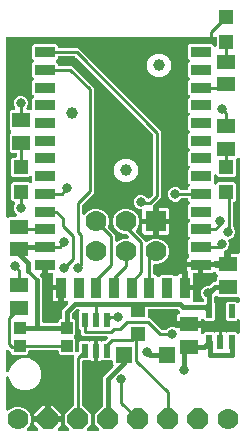
<source format=gbr>
G04 EAGLE Gerber RS-274X export*
G75*
%MOMM*%
%FSLAX34Y34*%
%LPD*%
%INTop Copper*%
%IPPOS*%
%AMOC8*
5,1,8,0,0,1.08239X$1,22.5*%
G01*
%ADD10R,1.750000X0.900000*%
%ADD11R,0.900000X1.750000*%
%ADD12R,1.500000X1.300000*%
%ADD13R,0.550000X1.200000*%
%ADD14R,1.000000X1.000000*%
%ADD15R,1.200000X1.200000*%
%ADD16C,1.000000*%
%ADD17P,1.924489X8X112.500000*%
%ADD18C,1.778000*%
%ADD19R,1.778000X1.778000*%
%ADD20R,1.400000X1.400000*%
%ADD21R,1.300000X1.200000*%
%ADD22C,0.254000*%
%ADD23C,0.800100*%
%ADD24C,0.406400*%

G36*
X169245Y112026D02*
X169245Y112026D01*
X169346Y112028D01*
X169418Y112046D01*
X169492Y112055D01*
X169586Y112088D01*
X169684Y112113D01*
X169750Y112147D01*
X169820Y112172D01*
X169904Y112227D01*
X169994Y112273D01*
X170050Y112321D01*
X170113Y112361D01*
X170182Y112433D01*
X170259Y112498D01*
X170303Y112558D01*
X170355Y112612D01*
X170406Y112698D01*
X170466Y112779D01*
X170496Y112847D01*
X170534Y112911D01*
X170564Y113007D01*
X170604Y113099D01*
X170617Y113172D01*
X170640Y113243D01*
X170648Y113343D01*
X170666Y113442D01*
X170662Y113516D01*
X170668Y113590D01*
X170653Y113690D01*
X170648Y113790D01*
X170627Y113861D01*
X170616Y113935D01*
X170579Y114028D01*
X170551Y114125D01*
X170515Y114190D01*
X170487Y114259D01*
X170430Y114341D01*
X170381Y114429D01*
X170316Y114505D01*
X170289Y114545D01*
X170262Y114569D01*
X170223Y114615D01*
X168875Y115962D01*
X167957Y118180D01*
X167957Y120580D01*
X168875Y122798D01*
X170572Y124495D01*
X172790Y125413D01*
X173644Y125413D01*
X173769Y125428D01*
X173896Y125434D01*
X173942Y125448D01*
X173990Y125453D01*
X174109Y125496D01*
X174231Y125531D01*
X174273Y125554D01*
X174318Y125571D01*
X174424Y125639D01*
X174535Y125701D01*
X174581Y125740D01*
X174611Y125760D01*
X174645Y125794D01*
X174721Y125859D01*
X178046Y129185D01*
X179444Y129185D01*
X179470Y129188D01*
X179496Y129186D01*
X179643Y129208D01*
X179790Y129225D01*
X179815Y129233D01*
X179841Y129237D01*
X179979Y129292D01*
X180118Y129342D01*
X180140Y129356D01*
X180165Y129366D01*
X180286Y129451D01*
X180411Y129531D01*
X180429Y129550D01*
X180451Y129565D01*
X180550Y129675D01*
X180653Y129782D01*
X180667Y129804D01*
X180684Y129824D01*
X180756Y129954D01*
X180832Y130081D01*
X180840Y130106D01*
X180853Y130129D01*
X180893Y130272D01*
X180938Y130413D01*
X180940Y130439D01*
X180948Y130464D01*
X180967Y130708D01*
X180967Y132462D01*
X181718Y133212D01*
X181749Y133252D01*
X181787Y133287D01*
X181857Y133389D01*
X181934Y133485D01*
X181956Y133532D01*
X181985Y133574D01*
X182030Y133689D01*
X182083Y133801D01*
X182094Y133850D01*
X182113Y133898D01*
X182131Y134021D01*
X182157Y134141D01*
X182156Y134192D01*
X182163Y134243D01*
X182153Y134366D01*
X182151Y134490D01*
X182138Y134539D01*
X182134Y134590D01*
X182096Y134708D01*
X182066Y134828D01*
X182042Y134873D01*
X182027Y134922D01*
X181963Y135028D01*
X181906Y135137D01*
X181873Y135176D01*
X181847Y135220D01*
X181760Y135309D01*
X181680Y135403D01*
X181639Y135433D01*
X181604Y135470D01*
X181454Y135573D01*
X180967Y136060D01*
X180626Y136651D01*
X180609Y136693D01*
X180591Y136766D01*
X180545Y136854D01*
X180509Y136946D01*
X180466Y137009D01*
X180431Y137076D01*
X180367Y137152D01*
X180310Y137233D01*
X180254Y137284D01*
X180205Y137342D01*
X180126Y137400D01*
X180052Y137467D01*
X179986Y137504D01*
X179925Y137549D01*
X179834Y137588D01*
X179747Y137636D01*
X179674Y137657D01*
X179605Y137687D01*
X179507Y137704D01*
X179412Y137731D01*
X179336Y137735D01*
X179262Y137748D01*
X179163Y137743D01*
X179064Y137748D01*
X178989Y137734D01*
X178914Y137731D01*
X178819Y137703D01*
X178721Y137685D01*
X178652Y137655D01*
X178579Y137634D01*
X178493Y137586D01*
X178402Y137546D01*
X178341Y137501D01*
X178275Y137464D01*
X178160Y137366D01*
X178122Y137338D01*
X178110Y137324D01*
X178088Y137305D01*
X177910Y137127D01*
X177331Y136792D01*
X176685Y136619D01*
X169849Y136619D01*
X169849Y141411D01*
X179463Y141411D01*
X179488Y141387D01*
X179510Y141373D01*
X179530Y141356D01*
X179660Y141284D01*
X179787Y141208D01*
X179812Y141200D01*
X179835Y141187D01*
X179978Y141147D01*
X180119Y141102D01*
X180145Y141100D01*
X180170Y141092D01*
X180414Y141073D01*
X188976Y141073D01*
X189002Y141076D01*
X189028Y141074D01*
X189175Y141096D01*
X189322Y141113D01*
X189347Y141121D01*
X189373Y141125D01*
X189511Y141180D01*
X189650Y141230D01*
X189672Y141244D01*
X189697Y141254D01*
X189818Y141339D01*
X189943Y141419D01*
X189961Y141438D01*
X189983Y141453D01*
X190082Y141563D01*
X190185Y141670D01*
X190199Y141692D01*
X190216Y141712D01*
X190288Y141842D01*
X190364Y141969D01*
X190372Y141994D01*
X190385Y142017D01*
X190425Y142160D01*
X190470Y142301D01*
X190472Y142327D01*
X190480Y142352D01*
X190499Y142596D01*
X190499Y144121D01*
X192024Y144121D01*
X192050Y144124D01*
X192076Y144122D01*
X192223Y144144D01*
X192370Y144161D01*
X192395Y144170D01*
X192421Y144173D01*
X192559Y144228D01*
X192698Y144278D01*
X192720Y144292D01*
X192745Y144302D01*
X192866Y144387D01*
X192991Y144467D01*
X193009Y144486D01*
X193031Y144501D01*
X193130Y144611D01*
X193233Y144718D01*
X193247Y144740D01*
X193264Y144760D01*
X193336Y144890D01*
X193412Y145017D01*
X193420Y145042D01*
X193433Y145065D01*
X193473Y145208D01*
X193518Y145349D01*
X193520Y145375D01*
X193528Y145400D01*
X193547Y145644D01*
X193547Y153161D01*
X198335Y153161D01*
X198742Y153052D01*
X198792Y153044D01*
X198841Y153029D01*
X198964Y153019D01*
X199087Y153001D01*
X199137Y153005D01*
X199188Y153001D01*
X199311Y153019D01*
X199434Y153029D01*
X199482Y153045D01*
X199533Y153052D01*
X199648Y153098D01*
X199766Y153136D01*
X199809Y153162D01*
X199857Y153181D01*
X199958Y153252D01*
X200064Y153315D01*
X200101Y153351D01*
X200143Y153380D01*
X200226Y153472D01*
X200315Y153558D01*
X200342Y153601D01*
X200376Y153639D01*
X200436Y153747D01*
X200503Y153851D01*
X200520Y153899D01*
X200545Y153944D01*
X200578Y154063D01*
X200620Y154179D01*
X200626Y154230D01*
X200640Y154279D01*
X200659Y154523D01*
X200659Y232837D01*
X200648Y232937D01*
X200646Y233037D01*
X200628Y233109D01*
X200619Y233183D01*
X200586Y233278D01*
X200561Y233375D01*
X200527Y233441D01*
X200502Y233511D01*
X200447Y233596D01*
X200401Y233685D01*
X200353Y233742D01*
X200313Y233804D01*
X200241Y233874D01*
X200176Y233951D01*
X200116Y233995D01*
X200062Y234046D01*
X199976Y234098D01*
X199895Y234158D01*
X199827Y234187D01*
X199763Y234225D01*
X199668Y234256D01*
X199575Y234296D01*
X199502Y234309D01*
X199431Y234331D01*
X199331Y234340D01*
X199232Y234357D01*
X199158Y234353D01*
X199084Y234359D01*
X198985Y234345D01*
X198884Y234339D01*
X198813Y234319D01*
X198739Y234308D01*
X198646Y234271D01*
X198549Y234243D01*
X198484Y234207D01*
X198415Y234179D01*
X198333Y234122D01*
X198245Y234073D01*
X198169Y234008D01*
X198129Y233980D01*
X198105Y233954D01*
X198059Y233914D01*
X197709Y233564D01*
X197630Y233465D01*
X197546Y233371D01*
X197522Y233329D01*
X197492Y233291D01*
X197438Y233177D01*
X197377Y233066D01*
X197364Y233020D01*
X197343Y232976D01*
X197317Y232852D01*
X197282Y232731D01*
X197277Y232670D01*
X197270Y232635D01*
X197271Y232587D01*
X197263Y232487D01*
X197263Y219558D01*
X196072Y218367D01*
X182388Y218367D01*
X180983Y219772D01*
X180904Y219835D01*
X180832Y219904D01*
X180768Y219943D01*
X180710Y219989D01*
X180619Y220032D01*
X180533Y220083D01*
X180462Y220106D01*
X180395Y220138D01*
X180297Y220159D01*
X180201Y220189D01*
X180127Y220195D01*
X180054Y220211D01*
X179954Y220209D01*
X179854Y220217D01*
X179780Y220206D01*
X179706Y220205D01*
X179609Y220181D01*
X179509Y220166D01*
X179440Y220138D01*
X179368Y220120D01*
X179279Y220074D01*
X179185Y220037D01*
X179124Y219995D01*
X179058Y219961D01*
X178982Y219895D01*
X178899Y219838D01*
X178849Y219783D01*
X178793Y219735D01*
X178733Y219654D01*
X178666Y219579D01*
X178630Y219514D01*
X178585Y219454D01*
X178546Y219362D01*
X178497Y219274D01*
X178477Y219203D01*
X178447Y219134D01*
X178430Y219036D01*
X178402Y218939D01*
X178394Y218839D01*
X178386Y218791D01*
X178388Y218756D01*
X178383Y218695D01*
X178383Y213105D01*
X178394Y213005D01*
X178396Y212905D01*
X178414Y212833D01*
X178423Y212759D01*
X178456Y212664D01*
X178481Y212567D01*
X178515Y212501D01*
X178540Y212431D01*
X178595Y212346D01*
X178641Y212257D01*
X178689Y212200D01*
X178729Y212138D01*
X178801Y212068D01*
X178866Y211991D01*
X178926Y211947D01*
X178980Y211896D01*
X179066Y211844D01*
X179147Y211784D01*
X179215Y211755D01*
X179279Y211717D01*
X179375Y211686D01*
X179467Y211646D01*
X179540Y211633D01*
X179611Y211611D01*
X179711Y211602D01*
X179810Y211585D01*
X179884Y211589D01*
X179958Y211583D01*
X180058Y211597D01*
X180158Y211603D01*
X180229Y211623D01*
X180303Y211634D01*
X180396Y211671D01*
X180493Y211699D01*
X180558Y211736D01*
X180627Y211763D01*
X180709Y211820D01*
X180797Y211869D01*
X180873Y211934D01*
X180913Y211962D01*
X180937Y211988D01*
X180983Y212028D01*
X182388Y213433D01*
X196072Y213433D01*
X197263Y212242D01*
X197263Y198558D01*
X195902Y197197D01*
X195900Y197196D01*
X195875Y197186D01*
X195754Y197101D01*
X195629Y197021D01*
X195611Y197002D01*
X195589Y196987D01*
X195490Y196877D01*
X195387Y196770D01*
X195373Y196748D01*
X195356Y196728D01*
X195284Y196598D01*
X195208Y196471D01*
X195200Y196446D01*
X195187Y196423D01*
X195147Y196280D01*
X195102Y196139D01*
X195100Y196113D01*
X195092Y196088D01*
X195073Y195844D01*
X195073Y176041D01*
X195087Y175915D01*
X195094Y175789D01*
X195107Y175742D01*
X195113Y175694D01*
X195155Y175575D01*
X195190Y175454D01*
X195214Y175412D01*
X195230Y175366D01*
X195299Y175260D01*
X195360Y175150D01*
X195400Y175103D01*
X195419Y175073D01*
X195454Y175040D01*
X195519Y174963D01*
X195615Y174868D01*
X196533Y172650D01*
X196533Y170250D01*
X195615Y168032D01*
X193918Y166335D01*
X191862Y165484D01*
X191839Y165471D01*
X191814Y165463D01*
X191687Y165387D01*
X191557Y165314D01*
X191538Y165297D01*
X191515Y165283D01*
X191409Y165180D01*
X191299Y165080D01*
X191284Y165059D01*
X191265Y165040D01*
X191186Y164916D01*
X191101Y164794D01*
X191091Y164769D01*
X191077Y164747D01*
X191027Y164607D01*
X190973Y164469D01*
X190969Y164444D01*
X190961Y164419D01*
X190944Y164271D01*
X190922Y164125D01*
X190925Y164098D01*
X190922Y164072D01*
X190939Y163926D01*
X190951Y163777D01*
X190959Y163752D01*
X190962Y163726D01*
X191038Y163494D01*
X191453Y162490D01*
X191453Y160090D01*
X190535Y157872D01*
X188838Y156175D01*
X188393Y155991D01*
X188326Y155954D01*
X188255Y155926D01*
X188175Y155870D01*
X188089Y155822D01*
X188032Y155770D01*
X187969Y155727D01*
X187903Y155654D01*
X187830Y155588D01*
X187787Y155525D01*
X187736Y155468D01*
X187688Y155382D01*
X187632Y155301D01*
X187604Y155230D01*
X187567Y155163D01*
X187540Y155068D01*
X187504Y154977D01*
X187493Y154901D01*
X187472Y154828D01*
X187460Y154679D01*
X187454Y154632D01*
X187455Y154613D01*
X187453Y154584D01*
X187453Y147167D01*
X180414Y147167D01*
X180388Y147164D01*
X180362Y147166D01*
X180215Y147144D01*
X180068Y147127D01*
X180043Y147118D01*
X180017Y147115D01*
X179879Y147060D01*
X179740Y147010D01*
X179718Y146996D01*
X179693Y146986D01*
X179572Y146901D01*
X179447Y146821D01*
X179429Y146802D01*
X179407Y146787D01*
X179308Y146677D01*
X179205Y146570D01*
X179191Y146548D01*
X179174Y146528D01*
X179102Y146398D01*
X179026Y146271D01*
X179018Y146246D01*
X179005Y146223D01*
X178965Y146080D01*
X178920Y145939D01*
X178918Y145913D01*
X178916Y145909D01*
X168326Y145909D01*
X168300Y145906D01*
X168274Y145908D01*
X168127Y145886D01*
X167980Y145869D01*
X167955Y145861D01*
X167929Y145857D01*
X167792Y145802D01*
X167652Y145752D01*
X167630Y145738D01*
X167605Y145728D01*
X167593Y145719D01*
X167501Y145774D01*
X167476Y145782D01*
X167453Y145795D01*
X167310Y145835D01*
X167169Y145880D01*
X167143Y145882D01*
X167118Y145890D01*
X166874Y145909D01*
X156309Y145909D01*
X156309Y148495D01*
X156482Y149141D01*
X156817Y149720D01*
X157304Y150207D01*
X157339Y150225D01*
X157433Y150305D01*
X157532Y150379D01*
X157565Y150418D01*
X157604Y150451D01*
X157678Y150550D01*
X157758Y150645D01*
X157781Y150690D01*
X157811Y150731D01*
X157860Y150845D01*
X157917Y150955D01*
X157929Y151004D01*
X157949Y151051D01*
X157971Y151173D01*
X158001Y151293D01*
X158002Y151344D01*
X158011Y151394D01*
X158004Y151518D01*
X158006Y151641D01*
X157996Y151691D01*
X157993Y151742D01*
X157959Y151861D01*
X157932Y151982D01*
X157910Y152028D01*
X157896Y152077D01*
X157836Y152185D01*
X157783Y152297D01*
X157751Y152337D01*
X157726Y152381D01*
X157568Y152568D01*
X156817Y153318D01*
X156817Y164002D01*
X157898Y165083D01*
X157915Y165103D01*
X157934Y165120D01*
X158023Y165240D01*
X158115Y165356D01*
X158126Y165380D01*
X158142Y165401D01*
X158200Y165537D01*
X158264Y165671D01*
X158269Y165697D01*
X158280Y165721D01*
X158306Y165867D01*
X158337Y166012D01*
X158337Y166038D01*
X158341Y166064D01*
X158334Y166212D01*
X158331Y166360D01*
X158325Y166386D01*
X158323Y166412D01*
X158282Y166554D01*
X158246Y166698D01*
X158234Y166721D01*
X158227Y166747D01*
X158154Y166876D01*
X158086Y167008D01*
X158070Y167028D01*
X158057Y167051D01*
X157898Y167237D01*
X156817Y168318D01*
X156817Y179002D01*
X157898Y180083D01*
X157915Y180103D01*
X157934Y180120D01*
X158023Y180240D01*
X158115Y180356D01*
X158126Y180380D01*
X158142Y180401D01*
X158200Y180537D01*
X158264Y180671D01*
X158269Y180697D01*
X158280Y180721D01*
X158306Y180867D01*
X158337Y181012D01*
X158337Y181038D01*
X158341Y181064D01*
X158334Y181212D01*
X158331Y181360D01*
X158325Y181386D01*
X158323Y181412D01*
X158282Y181554D01*
X158246Y181698D01*
X158234Y181721D01*
X158227Y181747D01*
X158154Y181876D01*
X158086Y182008D01*
X158070Y182028D01*
X158057Y182051D01*
X157898Y182237D01*
X156817Y183318D01*
X156817Y194002D01*
X157898Y195083D01*
X157915Y195103D01*
X157934Y195120D01*
X158023Y195240D01*
X158115Y195356D01*
X158126Y195380D01*
X158142Y195401D01*
X158200Y195537D01*
X158264Y195671D01*
X158269Y195697D01*
X158280Y195721D01*
X158306Y195867D01*
X158337Y196012D01*
X158337Y196038D01*
X158341Y196064D01*
X158334Y196212D01*
X158331Y196360D01*
X158325Y196386D01*
X158323Y196412D01*
X158282Y196554D01*
X158246Y196698D01*
X158234Y196721D01*
X158227Y196747D01*
X158154Y196876D01*
X158086Y197008D01*
X158070Y197028D01*
X158057Y197051D01*
X157898Y197237D01*
X156817Y198318D01*
X156817Y198834D01*
X156814Y198860D01*
X156816Y198886D01*
X156794Y199033D01*
X156777Y199180D01*
X156769Y199205D01*
X156765Y199231D01*
X156710Y199369D01*
X156660Y199508D01*
X156646Y199530D01*
X156636Y199555D01*
X156551Y199676D01*
X156471Y199801D01*
X156452Y199819D01*
X156437Y199841D01*
X156327Y199940D01*
X156220Y200043D01*
X156198Y200057D01*
X156178Y200074D01*
X156048Y200146D01*
X155921Y200222D01*
X155896Y200230D01*
X155873Y200243D01*
X155730Y200283D01*
X155589Y200328D01*
X155563Y200330D01*
X155538Y200338D01*
X155294Y200357D01*
X152371Y200357D01*
X152245Y200343D01*
X152119Y200336D01*
X152072Y200323D01*
X152024Y200317D01*
X151905Y200275D01*
X151784Y200240D01*
X151742Y200216D01*
X151696Y200200D01*
X151590Y200131D01*
X151480Y200070D01*
X151433Y200030D01*
X151403Y200011D01*
X151370Y199976D01*
X151293Y199911D01*
X149468Y198085D01*
X147250Y197167D01*
X144850Y197167D01*
X142632Y198085D01*
X140935Y199782D01*
X140017Y202000D01*
X140017Y204400D01*
X140935Y206618D01*
X142632Y208315D01*
X144850Y209233D01*
X147250Y209233D01*
X149468Y208315D01*
X150373Y207409D01*
X150472Y207330D01*
X150566Y207246D01*
X150609Y207222D01*
X150646Y207192D01*
X150761Y207138D01*
X150871Y207077D01*
X150918Y207064D01*
X150962Y207043D01*
X151085Y207017D01*
X151207Y206982D01*
X151267Y206977D01*
X151302Y206970D01*
X151350Y206971D01*
X151451Y206963D01*
X155294Y206963D01*
X155320Y206966D01*
X155346Y206964D01*
X155493Y206986D01*
X155640Y207003D01*
X155665Y207011D01*
X155691Y207015D01*
X155829Y207070D01*
X155968Y207120D01*
X155990Y207134D01*
X156015Y207144D01*
X156136Y207229D01*
X156261Y207309D01*
X156279Y207328D01*
X156301Y207343D01*
X156400Y207453D01*
X156503Y207560D01*
X156517Y207582D01*
X156534Y207602D01*
X156606Y207732D01*
X156682Y207859D01*
X156690Y207884D01*
X156703Y207907D01*
X156743Y208050D01*
X156788Y208191D01*
X156790Y208217D01*
X156798Y208242D01*
X156817Y208486D01*
X156817Y209002D01*
X157898Y210083D01*
X157915Y210103D01*
X157934Y210120D01*
X158023Y210240D01*
X158115Y210356D01*
X158126Y210380D01*
X158142Y210401D01*
X158200Y210537D01*
X158264Y210671D01*
X158269Y210697D01*
X158280Y210721D01*
X158306Y210867D01*
X158337Y211012D01*
X158337Y211038D01*
X158341Y211064D01*
X158334Y211212D01*
X158331Y211360D01*
X158325Y211386D01*
X158323Y211412D01*
X158282Y211554D01*
X158246Y211698D01*
X158234Y211721D01*
X158227Y211747D01*
X158154Y211876D01*
X158086Y212008D01*
X158070Y212028D01*
X158057Y212051D01*
X157898Y212237D01*
X156817Y213318D01*
X156817Y224002D01*
X157898Y225083D01*
X157915Y225103D01*
X157934Y225120D01*
X158023Y225240D01*
X158115Y225356D01*
X158126Y225380D01*
X158142Y225401D01*
X158200Y225537D01*
X158264Y225671D01*
X158269Y225697D01*
X158280Y225721D01*
X158306Y225867D01*
X158337Y226012D01*
X158337Y226038D01*
X158341Y226064D01*
X158334Y226212D01*
X158331Y226360D01*
X158325Y226386D01*
X158323Y226412D01*
X158282Y226554D01*
X158246Y226698D01*
X158234Y226721D01*
X158227Y226747D01*
X158154Y226876D01*
X158086Y227008D01*
X158070Y227028D01*
X158057Y227051D01*
X157898Y227237D01*
X156817Y228318D01*
X156817Y239002D01*
X157898Y240083D01*
X157915Y240103D01*
X157934Y240120D01*
X158023Y240240D01*
X158115Y240356D01*
X158126Y240380D01*
X158142Y240401D01*
X158200Y240537D01*
X158264Y240671D01*
X158269Y240697D01*
X158280Y240721D01*
X158306Y240867D01*
X158337Y241012D01*
X158337Y241038D01*
X158341Y241064D01*
X158334Y241212D01*
X158331Y241360D01*
X158325Y241386D01*
X158323Y241412D01*
X158282Y241554D01*
X158246Y241698D01*
X158234Y241721D01*
X158227Y241747D01*
X158154Y241876D01*
X158086Y242008D01*
X158070Y242028D01*
X158057Y242051D01*
X157898Y242237D01*
X156817Y243318D01*
X156817Y254002D01*
X157898Y255083D01*
X157915Y255103D01*
X157934Y255120D01*
X158023Y255240D01*
X158115Y255356D01*
X158126Y255380D01*
X158142Y255401D01*
X158200Y255537D01*
X158264Y255671D01*
X158269Y255697D01*
X158280Y255721D01*
X158306Y255867D01*
X158337Y256012D01*
X158337Y256038D01*
X158341Y256064D01*
X158334Y256212D01*
X158331Y256360D01*
X158325Y256386D01*
X158323Y256412D01*
X158282Y256554D01*
X158246Y256698D01*
X158234Y256721D01*
X158227Y256747D01*
X158154Y256876D01*
X158086Y257008D01*
X158070Y257028D01*
X158057Y257051D01*
X157898Y257237D01*
X156817Y258318D01*
X156817Y269002D01*
X157898Y270083D01*
X157915Y270103D01*
X157934Y270120D01*
X158023Y270240D01*
X158115Y270356D01*
X158126Y270380D01*
X158142Y270401D01*
X158200Y270537D01*
X158264Y270671D01*
X158269Y270697D01*
X158280Y270721D01*
X158306Y270867D01*
X158337Y271012D01*
X158337Y271038D01*
X158341Y271064D01*
X158334Y271212D01*
X158331Y271360D01*
X158325Y271386D01*
X158323Y271412D01*
X158282Y271554D01*
X158246Y271698D01*
X158234Y271721D01*
X158227Y271747D01*
X158154Y271876D01*
X158086Y272008D01*
X158070Y272028D01*
X158057Y272051D01*
X157898Y272237D01*
X156817Y273318D01*
X156817Y284002D01*
X157898Y285083D01*
X157915Y285103D01*
X157934Y285120D01*
X158023Y285240D01*
X158115Y285356D01*
X158126Y285380D01*
X158142Y285401D01*
X158200Y285537D01*
X158264Y285671D01*
X158269Y285697D01*
X158280Y285721D01*
X158306Y285867D01*
X158337Y286012D01*
X158337Y286038D01*
X158341Y286064D01*
X158334Y286212D01*
X158331Y286360D01*
X158325Y286386D01*
X158323Y286412D01*
X158282Y286554D01*
X158246Y286698D01*
X158234Y286721D01*
X158227Y286747D01*
X158154Y286876D01*
X158086Y287008D01*
X158070Y287028D01*
X158057Y287051D01*
X157898Y287237D01*
X156817Y288318D01*
X156817Y299002D01*
X157898Y300083D01*
X157915Y300103D01*
X157934Y300120D01*
X158023Y300240D01*
X158115Y300356D01*
X158126Y300380D01*
X158142Y300401D01*
X158200Y300537D01*
X158264Y300671D01*
X158269Y300697D01*
X158280Y300721D01*
X158306Y300867D01*
X158337Y301012D01*
X158337Y301038D01*
X158341Y301064D01*
X158334Y301212D01*
X158331Y301360D01*
X158325Y301386D01*
X158323Y301412D01*
X158282Y301554D01*
X158246Y301698D01*
X158234Y301721D01*
X158227Y301747D01*
X158154Y301876D01*
X158086Y302008D01*
X158070Y302028D01*
X158057Y302051D01*
X157898Y302237D01*
X156817Y303318D01*
X156817Y314002D01*
X157898Y315083D01*
X157914Y315103D01*
X157934Y315120D01*
X158023Y315240D01*
X158115Y315356D01*
X158126Y315380D01*
X158142Y315401D01*
X158200Y315537D01*
X158264Y315671D01*
X158269Y315697D01*
X158280Y315721D01*
X158306Y315867D01*
X158337Y316012D01*
X158337Y316038D01*
X158341Y316064D01*
X158334Y316212D01*
X158331Y316360D01*
X158325Y316386D01*
X158323Y316412D01*
X158282Y316554D01*
X158246Y316698D01*
X158234Y316721D01*
X158227Y316747D01*
X158154Y316876D01*
X158086Y317008D01*
X158069Y317028D01*
X158057Y317051D01*
X157898Y317237D01*
X156817Y318318D01*
X156817Y329002D01*
X158008Y330193D01*
X177192Y330193D01*
X178597Y328788D01*
X178676Y328725D01*
X178748Y328656D01*
X178812Y328617D01*
X178870Y328571D01*
X178961Y328528D01*
X179047Y328477D01*
X179118Y328454D01*
X179185Y328422D01*
X179283Y328401D01*
X179379Y328371D01*
X179453Y328365D01*
X179526Y328349D01*
X179626Y328351D01*
X179726Y328343D01*
X179800Y328354D01*
X179874Y328355D01*
X179971Y328379D01*
X180071Y328394D01*
X180140Y328422D01*
X180212Y328440D01*
X180301Y328486D01*
X180395Y328523D01*
X180456Y328565D01*
X180522Y328599D01*
X180598Y328665D01*
X180681Y328722D01*
X180731Y328777D01*
X180787Y328825D01*
X180847Y328906D01*
X180914Y328981D01*
X180950Y329046D01*
X180995Y329106D01*
X181034Y329198D01*
X181083Y329286D01*
X181103Y329357D01*
X181133Y329426D01*
X181150Y329524D01*
X181178Y329621D01*
X181186Y329721D01*
X181194Y329769D01*
X181192Y329804D01*
X181197Y329865D01*
X181197Y335280D01*
X181194Y335306D01*
X181196Y335332D01*
X181174Y335479D01*
X181157Y335626D01*
X181149Y335651D01*
X181145Y335677D01*
X181090Y335815D01*
X181040Y335954D01*
X181026Y335976D01*
X181016Y336001D01*
X180931Y336122D01*
X180851Y336247D01*
X180832Y336265D01*
X180817Y336287D01*
X180707Y336386D01*
X180600Y336489D01*
X180578Y336503D01*
X180558Y336520D01*
X180428Y336592D01*
X180301Y336668D01*
X180276Y336676D01*
X180253Y336689D01*
X180110Y336729D01*
X179969Y336774D01*
X179943Y336776D01*
X179918Y336784D01*
X179674Y336803D01*
X4064Y336803D01*
X4038Y336800D01*
X4012Y336802D01*
X3865Y336780D01*
X3718Y336763D01*
X3693Y336755D01*
X3667Y336751D01*
X3529Y336696D01*
X3390Y336646D01*
X3368Y336632D01*
X3343Y336622D01*
X3222Y336537D01*
X3097Y336457D01*
X3079Y336438D01*
X3057Y336423D01*
X2958Y336313D01*
X2855Y336206D01*
X2841Y336184D01*
X2824Y336164D01*
X2752Y336034D01*
X2676Y335907D01*
X2668Y335882D01*
X2655Y335859D01*
X2615Y335716D01*
X2570Y335575D01*
X2568Y335549D01*
X2560Y335524D01*
X2541Y335280D01*
X2541Y184993D01*
X2552Y184893D01*
X2554Y184793D01*
X2572Y184721D01*
X2581Y184647D01*
X2615Y184552D01*
X2639Y184455D01*
X2673Y184389D01*
X2698Y184319D01*
X2753Y184234D01*
X2799Y184145D01*
X2847Y184088D01*
X2887Y184026D01*
X2959Y183956D01*
X3024Y183879D01*
X3084Y183835D01*
X3138Y183784D01*
X3224Y183732D01*
X3305Y183672D01*
X3373Y183643D01*
X3437Y183605D01*
X3532Y183574D01*
X3625Y183534D01*
X3698Y183521D01*
X3769Y183499D01*
X3869Y183490D01*
X3968Y183473D01*
X4042Y183477D01*
X4116Y183471D01*
X4216Y183485D01*
X4316Y183491D01*
X4387Y183511D01*
X4461Y183522D01*
X4554Y183559D01*
X4651Y183587D01*
X4716Y183623D01*
X4785Y183651D01*
X4867Y183708D01*
X4955Y183757D01*
X5031Y183822D01*
X5071Y183850D01*
X5095Y183876D01*
X5141Y183916D01*
X5628Y184403D01*
X10398Y184403D01*
X10497Y184414D01*
X10598Y184416D01*
X10670Y184434D01*
X10744Y184443D01*
X10838Y184476D01*
X10936Y184501D01*
X11002Y184535D01*
X11072Y184560D01*
X11156Y184615D01*
X11246Y184661D01*
X11302Y184709D01*
X11365Y184749D01*
X11434Y184821D01*
X11511Y184886D01*
X11555Y184946D01*
X11607Y185000D01*
X11658Y185086D01*
X11718Y185167D01*
X11748Y185235D01*
X11786Y185299D01*
X11816Y185395D01*
X11856Y185487D01*
X11869Y185560D01*
X11892Y185631D01*
X11900Y185731D01*
X11918Y185830D01*
X11914Y185904D01*
X11920Y185978D01*
X11905Y186078D01*
X11900Y186178D01*
X11879Y186249D01*
X11868Y186323D01*
X11831Y186416D01*
X11803Y186513D01*
X11767Y186578D01*
X11739Y186647D01*
X11682Y186729D01*
X11633Y186817D01*
X11568Y186893D01*
X11541Y186933D01*
X11514Y186957D01*
X11475Y187003D01*
X10125Y188352D01*
X9207Y190570D01*
X9207Y192970D01*
X10156Y195261D01*
X10197Y195406D01*
X10243Y195549D01*
X10245Y195573D01*
X10251Y195596D01*
X10259Y195747D01*
X10271Y195896D01*
X10267Y195920D01*
X10268Y195944D01*
X10241Y196092D01*
X10219Y196241D01*
X10210Y196263D01*
X10206Y196287D01*
X10146Y196425D01*
X10090Y196565D01*
X10077Y196585D01*
X10067Y196607D01*
X9977Y196728D01*
X9891Y196851D01*
X9874Y196867D01*
X9859Y196887D01*
X9744Y196984D01*
X9633Y197084D01*
X9611Y197096D01*
X9593Y197112D01*
X9460Y197180D01*
X9328Y197253D01*
X9304Y197259D01*
X9283Y197270D01*
X9137Y197307D01*
X8992Y197348D01*
X8963Y197350D01*
X8945Y197355D01*
X8898Y197355D01*
X8748Y197367D01*
X8398Y197367D01*
X7207Y198558D01*
X7207Y212242D01*
X8398Y213433D01*
X22082Y213433D01*
X22217Y213298D01*
X22295Y213235D01*
X22368Y213166D01*
X22432Y213127D01*
X22490Y213081D01*
X22581Y213038D01*
X22667Y212987D01*
X22738Y212964D01*
X22805Y212932D01*
X22903Y212911D01*
X22999Y212881D01*
X23073Y212875D01*
X23146Y212859D01*
X23246Y212861D01*
X23346Y212853D01*
X23420Y212864D01*
X23494Y212865D01*
X23591Y212889D01*
X23691Y212904D01*
X23760Y212932D01*
X23832Y212950D01*
X23921Y212996D01*
X24015Y213033D01*
X24076Y213075D01*
X24142Y213109D01*
X24219Y213175D01*
X24301Y213232D01*
X24351Y213287D01*
X24407Y213335D01*
X24467Y213416D01*
X24534Y213491D01*
X24570Y213556D01*
X24615Y213616D01*
X24654Y213708D01*
X24703Y213796D01*
X24723Y213867D01*
X24753Y213936D01*
X24770Y214034D01*
X24798Y214131D01*
X24806Y214231D01*
X24814Y214279D01*
X24812Y214314D01*
X24817Y214375D01*
X24817Y217425D01*
X24806Y217525D01*
X24804Y217625D01*
X24786Y217697D01*
X24777Y217771D01*
X24744Y217866D01*
X24719Y217963D01*
X24685Y218029D01*
X24660Y218099D01*
X24605Y218184D01*
X24559Y218273D01*
X24511Y218330D01*
X24471Y218392D01*
X24399Y218462D01*
X24334Y218539D01*
X24274Y218583D01*
X24220Y218634D01*
X24134Y218686D01*
X24053Y218746D01*
X23985Y218775D01*
X23921Y218813D01*
X23826Y218844D01*
X23733Y218884D01*
X23660Y218897D01*
X23589Y218919D01*
X23489Y218928D01*
X23390Y218945D01*
X23316Y218941D01*
X23242Y218947D01*
X23143Y218933D01*
X23042Y218927D01*
X22971Y218907D01*
X22897Y218896D01*
X22804Y218859D01*
X22707Y218831D01*
X22642Y218794D01*
X22573Y218767D01*
X22491Y218710D01*
X22403Y218661D01*
X22327Y218596D01*
X22287Y218568D01*
X22263Y218542D01*
X22217Y218502D01*
X22082Y218367D01*
X8398Y218367D01*
X7207Y219558D01*
X7207Y233242D01*
X8398Y234433D01*
X10414Y234433D01*
X10440Y234436D01*
X10466Y234434D01*
X10613Y234456D01*
X10760Y234473D01*
X10785Y234481D01*
X10811Y234485D01*
X10949Y234540D01*
X11088Y234590D01*
X11110Y234604D01*
X11135Y234614D01*
X11256Y234699D01*
X11381Y234779D01*
X11399Y234798D01*
X11421Y234813D01*
X11520Y234923D01*
X11623Y235030D01*
X11637Y235052D01*
X11654Y235072D01*
X11726Y235202D01*
X11802Y235329D01*
X11810Y235354D01*
X11823Y235377D01*
X11863Y235520D01*
X11908Y235661D01*
X11910Y235687D01*
X11918Y235712D01*
X11937Y235956D01*
X11937Y236984D01*
X11934Y237010D01*
X11936Y237036D01*
X11914Y237183D01*
X11897Y237330D01*
X11889Y237355D01*
X11885Y237381D01*
X11830Y237519D01*
X11780Y237658D01*
X11766Y237680D01*
X11756Y237705D01*
X11671Y237826D01*
X11591Y237951D01*
X11572Y237969D01*
X11557Y237991D01*
X11447Y238090D01*
X11340Y238193D01*
X11318Y238207D01*
X11298Y238224D01*
X11168Y238296D01*
X11041Y238372D01*
X11016Y238380D01*
X10993Y238393D01*
X10850Y238433D01*
X10709Y238478D01*
X10683Y238480D01*
X10658Y238488D01*
X10414Y238507D01*
X6898Y238507D01*
X5707Y239698D01*
X5707Y254382D01*
X6788Y255463D01*
X6805Y255483D01*
X6824Y255500D01*
X6913Y255620D01*
X7005Y255736D01*
X7016Y255760D01*
X7032Y255781D01*
X7090Y255917D01*
X7154Y256051D01*
X7159Y256077D01*
X7170Y256101D01*
X7196Y256247D01*
X7227Y256392D01*
X7227Y256418D01*
X7231Y256444D01*
X7224Y256592D01*
X7221Y256740D01*
X7215Y256766D01*
X7213Y256792D01*
X7172Y256934D01*
X7136Y257078D01*
X7124Y257101D01*
X7117Y257127D01*
X7044Y257256D01*
X6976Y257388D01*
X6960Y257408D01*
X6947Y257431D01*
X6788Y257617D01*
X5707Y258698D01*
X5707Y273382D01*
X6898Y274573D01*
X9128Y274573D01*
X9227Y274584D01*
X9328Y274586D01*
X9400Y274604D01*
X9474Y274613D01*
X9568Y274646D01*
X9666Y274671D01*
X9732Y274705D01*
X9802Y274730D01*
X9886Y274785D01*
X9976Y274831D01*
X10032Y274879D01*
X10095Y274919D01*
X10164Y274991D01*
X10241Y275056D01*
X10285Y275116D01*
X10337Y275170D01*
X10388Y275256D01*
X10448Y275337D01*
X10478Y275405D01*
X10516Y275469D01*
X10546Y275564D01*
X10586Y275657D01*
X10599Y275730D01*
X10622Y275801D01*
X10630Y275901D01*
X10648Y276000D01*
X10644Y276074D01*
X10650Y276148D01*
X10635Y276247D01*
X10630Y276348D01*
X10609Y276419D01*
X10598Y276493D01*
X10561Y276586D01*
X10533Y276683D01*
X10497Y276748D01*
X10469Y276817D01*
X10412Y276899D01*
X10363Y276987D01*
X10298Y277063D01*
X10271Y277103D01*
X10244Y277127D01*
X10205Y277173D01*
X10125Y277252D01*
X9207Y279470D01*
X9207Y281870D01*
X10125Y284088D01*
X11822Y285785D01*
X14040Y286703D01*
X16440Y286703D01*
X18658Y285785D01*
X20355Y284088D01*
X21273Y281870D01*
X21273Y279470D01*
X20355Y277252D01*
X20275Y277173D01*
X20213Y277095D01*
X20143Y277022D01*
X20105Y276958D01*
X20059Y276900D01*
X20016Y276809D01*
X19964Y276723D01*
X19942Y276652D01*
X19910Y276585D01*
X19889Y276487D01*
X19858Y276391D01*
X19852Y276317D01*
X19836Y276244D01*
X19838Y276144D01*
X19830Y276044D01*
X19841Y275970D01*
X19842Y275896D01*
X19867Y275798D01*
X19882Y275699D01*
X19909Y275630D01*
X19927Y275558D01*
X19973Y275469D01*
X20011Y275375D01*
X20053Y275314D01*
X20087Y275248D01*
X20152Y275172D01*
X20209Y275089D01*
X20265Y275039D01*
X20313Y274983D01*
X20394Y274923D01*
X20468Y274856D01*
X20533Y274820D01*
X20593Y274776D01*
X20685Y274736D01*
X20773Y274687D01*
X20845Y274667D01*
X20913Y274637D01*
X21012Y274620D01*
X21109Y274592D01*
X21209Y274584D01*
X21256Y274576D01*
X21292Y274578D01*
X21352Y274573D01*
X23294Y274573D01*
X23320Y274576D01*
X23346Y274574D01*
X23493Y274596D01*
X23640Y274613D01*
X23665Y274621D01*
X23691Y274625D01*
X23829Y274680D01*
X23968Y274730D01*
X23990Y274744D01*
X24015Y274754D01*
X24136Y274839D01*
X24261Y274919D01*
X24279Y274938D01*
X24301Y274953D01*
X24400Y275063D01*
X24503Y275170D01*
X24517Y275192D01*
X24534Y275212D01*
X24606Y275342D01*
X24682Y275469D01*
X24690Y275494D01*
X24703Y275517D01*
X24743Y275660D01*
X24788Y275801D01*
X24790Y275827D01*
X24798Y275852D01*
X24817Y276096D01*
X24817Y284002D01*
X25898Y285083D01*
X25914Y285103D01*
X25934Y285120D01*
X26023Y285240D01*
X26115Y285356D01*
X26126Y285380D01*
X26142Y285401D01*
X26200Y285537D01*
X26264Y285671D01*
X26269Y285697D01*
X26280Y285721D01*
X26306Y285867D01*
X26337Y286012D01*
X26337Y286038D01*
X26341Y286064D01*
X26334Y286212D01*
X26331Y286360D01*
X26325Y286386D01*
X26323Y286412D01*
X26282Y286554D01*
X26246Y286698D01*
X26234Y286721D01*
X26227Y286747D01*
X26154Y286876D01*
X26086Y287008D01*
X26069Y287028D01*
X26057Y287051D01*
X25898Y287237D01*
X24817Y288318D01*
X24817Y299002D01*
X25898Y300083D01*
X25914Y300103D01*
X25934Y300120D01*
X26023Y300240D01*
X26115Y300356D01*
X26126Y300380D01*
X26142Y300401D01*
X26200Y300537D01*
X26264Y300671D01*
X26269Y300697D01*
X26280Y300721D01*
X26306Y300867D01*
X26337Y301012D01*
X26337Y301038D01*
X26341Y301064D01*
X26334Y301212D01*
X26331Y301360D01*
X26325Y301386D01*
X26323Y301412D01*
X26282Y301554D01*
X26246Y301698D01*
X26234Y301721D01*
X26227Y301747D01*
X26154Y301876D01*
X26086Y302008D01*
X26069Y302028D01*
X26057Y302051D01*
X25898Y302237D01*
X24817Y303318D01*
X24817Y314002D01*
X25898Y315083D01*
X25914Y315103D01*
X25934Y315120D01*
X26023Y315240D01*
X26115Y315356D01*
X26126Y315380D01*
X26142Y315401D01*
X26200Y315537D01*
X26264Y315671D01*
X26269Y315697D01*
X26280Y315721D01*
X26306Y315867D01*
X26337Y316012D01*
X26337Y316038D01*
X26341Y316064D01*
X26334Y316212D01*
X26331Y316360D01*
X26325Y316386D01*
X26323Y316412D01*
X26282Y316554D01*
X26246Y316698D01*
X26234Y316721D01*
X26227Y316747D01*
X26154Y316876D01*
X26086Y317008D01*
X26069Y317028D01*
X26057Y317051D01*
X25898Y317237D01*
X24817Y318318D01*
X24817Y329002D01*
X26008Y330193D01*
X45192Y330193D01*
X46383Y329002D01*
X46383Y328486D01*
X46384Y328472D01*
X46384Y328464D01*
X46385Y328453D01*
X46384Y328434D01*
X46406Y328287D01*
X46423Y328140D01*
X46431Y328115D01*
X46435Y328089D01*
X46490Y327951D01*
X46540Y327812D01*
X46554Y327790D01*
X46564Y327765D01*
X46649Y327644D01*
X46729Y327519D01*
X46748Y327501D01*
X46763Y327479D01*
X46873Y327380D01*
X46980Y327277D01*
X47002Y327263D01*
X47022Y327246D01*
X47152Y327174D01*
X47279Y327098D01*
X47304Y327090D01*
X47327Y327077D01*
X47470Y327037D01*
X47611Y326992D01*
X47637Y326990D01*
X47662Y326982D01*
X47906Y326963D01*
X63788Y326963D01*
X134113Y256638D01*
X134113Y200562D01*
X127487Y193936D01*
X127408Y193837D01*
X127324Y193743D01*
X127300Y193701D01*
X127270Y193663D01*
X127216Y193549D01*
X127155Y193438D01*
X127142Y193392D01*
X127121Y193348D01*
X127095Y193225D01*
X127060Y193103D01*
X127055Y193042D01*
X127048Y193007D01*
X127049Y192959D01*
X127041Y192859D01*
X127041Y182839D01*
X118109Y182839D01*
X118109Y189294D01*
X118106Y189320D01*
X118108Y189346D01*
X118086Y189492D01*
X118069Y189640D01*
X118061Y189664D01*
X118057Y189690D01*
X118002Y189828D01*
X117952Y189968D01*
X117938Y189990D01*
X117928Y190014D01*
X117843Y190136D01*
X117763Y190261D01*
X117744Y190279D01*
X117729Y190300D01*
X117619Y190399D01*
X117512Y190503D01*
X117490Y190516D01*
X117470Y190534D01*
X117340Y190606D01*
X117213Y190682D01*
X117188Y190690D01*
X117165Y190702D01*
X117022Y190743D01*
X116881Y190788D01*
X116855Y190790D01*
X116830Y190797D01*
X116586Y190817D01*
X115640Y190817D01*
X113422Y191735D01*
X111725Y193432D01*
X110807Y195650D01*
X110807Y198050D01*
X111725Y200268D01*
X113422Y201965D01*
X115640Y202883D01*
X118040Y202883D01*
X120258Y201965D01*
X122139Y200084D01*
X122159Y200067D01*
X122176Y200047D01*
X122296Y199959D01*
X122412Y199867D01*
X122435Y199856D01*
X122456Y199840D01*
X122593Y199781D01*
X122727Y199718D01*
X122752Y199713D01*
X122777Y199702D01*
X122923Y199676D01*
X123067Y199645D01*
X123094Y199645D01*
X123120Y199640D01*
X123268Y199648D01*
X123416Y199651D01*
X123441Y199657D01*
X123468Y199658D01*
X123610Y199700D01*
X123754Y199736D01*
X123777Y199748D01*
X123802Y199755D01*
X123932Y199828D01*
X124064Y199895D01*
X124084Y199912D01*
X124107Y199925D01*
X124293Y200084D01*
X127061Y202852D01*
X127140Y202951D01*
X127224Y203045D01*
X127248Y203087D01*
X127278Y203125D01*
X127332Y203239D01*
X127393Y203350D01*
X127406Y203396D01*
X127427Y203440D01*
X127453Y203563D01*
X127488Y203685D01*
X127493Y203746D01*
X127500Y203781D01*
X127499Y203829D01*
X127507Y203929D01*
X127507Y253271D01*
X127493Y253397D01*
X127486Y253523D01*
X127473Y253569D01*
X127467Y253617D01*
X127425Y253736D01*
X127390Y253858D01*
X127366Y253900D01*
X127350Y253945D01*
X127281Y254052D01*
X127220Y254162D01*
X127180Y254208D01*
X127161Y254238D01*
X127126Y254272D01*
X127061Y254348D01*
X61498Y319911D01*
X61399Y319990D01*
X61305Y320074D01*
X61263Y320098D01*
X61225Y320128D01*
X61111Y320182D01*
X61000Y320243D01*
X60954Y320256D01*
X60910Y320277D01*
X60787Y320303D01*
X60665Y320338D01*
X60604Y320343D01*
X60569Y320350D01*
X60521Y320349D01*
X60421Y320357D01*
X47906Y320357D01*
X47880Y320354D01*
X47854Y320356D01*
X47707Y320334D01*
X47560Y320317D01*
X47535Y320309D01*
X47509Y320305D01*
X47371Y320250D01*
X47232Y320200D01*
X47210Y320186D01*
X47185Y320176D01*
X47064Y320091D01*
X46939Y320011D01*
X46921Y319992D01*
X46899Y319977D01*
X46800Y319867D01*
X46697Y319760D01*
X46683Y319738D01*
X46666Y319718D01*
X46594Y319588D01*
X46518Y319461D01*
X46510Y319436D01*
X46497Y319413D01*
X46457Y319270D01*
X46412Y319129D01*
X46410Y319103D01*
X46402Y319078D01*
X46383Y318834D01*
X46383Y318318D01*
X45302Y317237D01*
X45285Y317217D01*
X45266Y317200D01*
X45177Y317080D01*
X45085Y316964D01*
X45074Y316940D01*
X45058Y316919D01*
X45000Y316783D01*
X44936Y316649D01*
X44931Y316623D01*
X44920Y316599D01*
X44894Y316453D01*
X44863Y316308D01*
X44863Y316282D01*
X44859Y316256D01*
X44866Y316108D01*
X44869Y315960D01*
X44875Y315934D01*
X44877Y315908D01*
X44918Y315766D01*
X44954Y315622D01*
X44966Y315599D01*
X44973Y315573D01*
X45046Y315444D01*
X45114Y315312D01*
X45130Y315292D01*
X45143Y315269D01*
X45302Y315083D01*
X46383Y314002D01*
X46383Y313486D01*
X46386Y313460D01*
X46384Y313434D01*
X46406Y313287D01*
X46423Y313140D01*
X46431Y313115D01*
X46435Y313089D01*
X46490Y312951D01*
X46540Y312812D01*
X46554Y312790D01*
X46564Y312765D01*
X46649Y312644D01*
X46729Y312519D01*
X46748Y312501D01*
X46763Y312479D01*
X46873Y312380D01*
X46980Y312277D01*
X47002Y312263D01*
X47022Y312246D01*
X47152Y312174D01*
X47279Y312098D01*
X47304Y312090D01*
X47327Y312077D01*
X47470Y312037D01*
X47611Y311992D01*
X47637Y311990D01*
X47662Y311982D01*
X47906Y311963D01*
X58468Y311963D01*
X76963Y293468D01*
X76963Y204372D01*
X67249Y194658D01*
X67170Y194559D01*
X67086Y194465D01*
X67062Y194423D01*
X67032Y194385D01*
X66978Y194271D01*
X66917Y194160D01*
X66904Y194114D01*
X66883Y194070D01*
X66857Y193947D01*
X66822Y193825D01*
X66817Y193764D01*
X66810Y193729D01*
X66811Y193681D01*
X66803Y193581D01*
X66803Y187527D01*
X66814Y187427D01*
X66816Y187327D01*
X66834Y187255D01*
X66843Y187181D01*
X66876Y187087D01*
X66901Y186989D01*
X66935Y186923D01*
X66960Y186853D01*
X67015Y186769D01*
X67061Y186679D01*
X67109Y186623D01*
X67149Y186560D01*
X67221Y186490D01*
X67286Y186414D01*
X67346Y186370D01*
X67400Y186318D01*
X67486Y186266D01*
X67567Y186207D01*
X67635Y186177D01*
X67699Y186139D01*
X67795Y186108D01*
X67887Y186069D01*
X67960Y186056D01*
X68031Y186033D01*
X68131Y186025D01*
X68230Y186007D01*
X68304Y186011D01*
X68378Y186005D01*
X68478Y186020D01*
X68578Y186025D01*
X68649Y186046D01*
X68723Y186057D01*
X68816Y186094D01*
X68913Y186121D01*
X68978Y186158D01*
X69047Y186185D01*
X69129Y186243D01*
X69217Y186292D01*
X69293Y186357D01*
X69333Y186384D01*
X69357Y186411D01*
X69403Y186450D01*
X72553Y189600D01*
X76567Y191263D01*
X80913Y191263D01*
X84927Y189600D01*
X88000Y186527D01*
X89663Y182513D01*
X89663Y178167D01*
X88857Y176223D01*
X88836Y176149D01*
X88806Y176079D01*
X88789Y175983D01*
X88762Y175888D01*
X88758Y175812D01*
X88745Y175736D01*
X88750Y175638D01*
X88745Y175540D01*
X88759Y175465D01*
X88762Y175388D01*
X88790Y175294D01*
X88807Y175197D01*
X88838Y175127D01*
X88859Y175054D01*
X88907Y174968D01*
X88946Y174877D01*
X88992Y174816D01*
X89029Y174749D01*
X89126Y174635D01*
X89154Y174598D01*
X89169Y174585D01*
X89188Y174563D01*
X94743Y169008D01*
X94743Y164667D01*
X94754Y164567D01*
X94756Y164467D01*
X94774Y164395D01*
X94783Y164321D01*
X94816Y164226D01*
X94841Y164129D01*
X94875Y164063D01*
X94900Y163993D01*
X94955Y163909D01*
X95001Y163819D01*
X95049Y163763D01*
X95089Y163700D01*
X95161Y163630D01*
X95226Y163554D01*
X95286Y163510D01*
X95340Y163458D01*
X95426Y163406D01*
X95507Y163347D01*
X95575Y163317D01*
X95639Y163279D01*
X95734Y163249D01*
X95827Y163209D01*
X95900Y163195D01*
X95971Y163173D01*
X96071Y163165D01*
X96170Y163147D01*
X96244Y163151D01*
X96318Y163145D01*
X96418Y163160D01*
X96518Y163165D01*
X96589Y163186D01*
X96663Y163197D01*
X96756Y163234D01*
X96853Y163262D01*
X96918Y163298D01*
X96987Y163325D01*
X97069Y163383D01*
X97157Y163432D01*
X97233Y163497D01*
X97273Y163524D01*
X97297Y163551D01*
X97343Y163590D01*
X97953Y164200D01*
X101967Y165863D01*
X105189Y165863D01*
X105289Y165874D01*
X105389Y165876D01*
X105461Y165894D01*
X105535Y165903D01*
X105630Y165936D01*
X105727Y165961D01*
X105793Y165995D01*
X105863Y166020D01*
X105948Y166075D01*
X106037Y166121D01*
X106094Y166169D01*
X106156Y166209D01*
X106226Y166281D01*
X106302Y166346D01*
X106347Y166406D01*
X106398Y166460D01*
X106450Y166546D01*
X106510Y166627D01*
X106539Y166695D01*
X106577Y166759D01*
X106608Y166854D01*
X106648Y166947D01*
X106661Y167020D01*
X106683Y167091D01*
X106692Y167191D01*
X106709Y167290D01*
X106705Y167364D01*
X106711Y167438D01*
X106697Y167537D01*
X106691Y167638D01*
X106671Y167709D01*
X106660Y167783D01*
X106623Y167876D01*
X106595Y167973D01*
X106558Y168038D01*
X106531Y168107D01*
X106474Y168189D01*
X106425Y168277D01*
X106360Y168353D01*
X106332Y168393D01*
X106306Y168417D01*
X106266Y168463D01*
X105758Y168971D01*
X105659Y169050D01*
X105565Y169134D01*
X105523Y169158D01*
X105485Y169188D01*
X105371Y169242D01*
X105260Y169303D01*
X105214Y169316D01*
X105170Y169337D01*
X105046Y169363D01*
X104925Y169398D01*
X104864Y169403D01*
X104829Y169410D01*
X104781Y169409D01*
X104681Y169417D01*
X101967Y169417D01*
X97953Y171080D01*
X94880Y174153D01*
X93217Y178167D01*
X93217Y182513D01*
X94880Y186527D01*
X97953Y189600D01*
X101967Y191263D01*
X106313Y191263D01*
X110327Y189600D01*
X113400Y186527D01*
X115063Y182513D01*
X115063Y178167D01*
X113400Y174153D01*
X112736Y173489D01*
X112720Y173468D01*
X112700Y173451D01*
X112611Y173332D01*
X112519Y173216D01*
X112508Y173192D01*
X112493Y173171D01*
X112434Y173035D01*
X112370Y172901D01*
X112365Y172875D01*
X112355Y172851D01*
X112328Y172705D01*
X112297Y172560D01*
X112298Y172534D01*
X112293Y172508D01*
X112301Y172360D01*
X112303Y172212D01*
X112309Y172186D01*
X112311Y172160D01*
X112352Y172018D01*
X112388Y171874D01*
X112400Y171850D01*
X112407Y171825D01*
X112480Y171696D01*
X112548Y171564D01*
X112565Y171544D01*
X112578Y171521D01*
X112736Y171335D01*
X117762Y166309D01*
X120535Y163536D01*
X120555Y163520D01*
X120572Y163500D01*
X120692Y163411D01*
X120808Y163319D01*
X120832Y163308D01*
X120853Y163293D01*
X120989Y163234D01*
X121123Y163170D01*
X121148Y163165D01*
X121173Y163155D01*
X121319Y163128D01*
X121464Y163097D01*
X121490Y163098D01*
X121516Y163093D01*
X121664Y163101D01*
X121812Y163103D01*
X121837Y163109D01*
X121864Y163111D01*
X122006Y163152D01*
X122150Y163188D01*
X122173Y163200D01*
X122199Y163207D01*
X122328Y163280D01*
X122460Y163348D01*
X122480Y163365D01*
X122503Y163378D01*
X122689Y163536D01*
X123353Y164200D01*
X127367Y165863D01*
X131713Y165863D01*
X135727Y164200D01*
X138800Y161127D01*
X140463Y157113D01*
X140463Y152767D01*
X138800Y148753D01*
X135727Y145680D01*
X131713Y144017D01*
X128926Y144017D01*
X128900Y144014D01*
X128874Y144016D01*
X128727Y143994D01*
X128580Y143977D01*
X128555Y143969D01*
X128529Y143965D01*
X128391Y143910D01*
X128252Y143860D01*
X128230Y143846D01*
X128205Y143836D01*
X128084Y143751D01*
X127959Y143671D01*
X127941Y143652D01*
X127919Y143637D01*
X127820Y143527D01*
X127717Y143420D01*
X127703Y143398D01*
X127686Y143378D01*
X127614Y143248D01*
X127538Y143121D01*
X127530Y143096D01*
X127517Y143073D01*
X127477Y142930D01*
X127432Y142789D01*
X127430Y142763D01*
X127422Y142738D01*
X127403Y142494D01*
X127403Y136466D01*
X127406Y136440D01*
X127404Y136414D01*
X127426Y136267D01*
X127443Y136120D01*
X127451Y136095D01*
X127455Y136069D01*
X127510Y135931D01*
X127560Y135792D01*
X127574Y135770D01*
X127584Y135745D01*
X127669Y135624D01*
X127749Y135499D01*
X127768Y135481D01*
X127783Y135459D01*
X127893Y135360D01*
X128000Y135257D01*
X128022Y135243D01*
X128042Y135226D01*
X128172Y135154D01*
X128299Y135078D01*
X128324Y135070D01*
X128347Y135057D01*
X128490Y135017D01*
X128631Y134972D01*
X128657Y134970D01*
X128682Y134962D01*
X128926Y134943D01*
X129442Y134943D01*
X130523Y133862D01*
X130543Y133845D01*
X130560Y133826D01*
X130680Y133737D01*
X130796Y133645D01*
X130820Y133634D01*
X130841Y133618D01*
X130977Y133560D01*
X131111Y133496D01*
X131137Y133491D01*
X131161Y133480D01*
X131307Y133454D01*
X131452Y133423D01*
X131478Y133423D01*
X131504Y133419D01*
X131652Y133426D01*
X131800Y133429D01*
X131826Y133435D01*
X131852Y133437D01*
X131994Y133478D01*
X132138Y133514D01*
X132161Y133526D01*
X132187Y133533D01*
X132316Y133606D01*
X132448Y133674D01*
X132468Y133690D01*
X132491Y133703D01*
X132677Y133862D01*
X133758Y134943D01*
X144442Y134943D01*
X145192Y134192D01*
X145232Y134161D01*
X145267Y134123D01*
X145369Y134053D01*
X145465Y133976D01*
X145512Y133954D01*
X145554Y133925D01*
X145669Y133880D01*
X145781Y133827D01*
X145830Y133816D01*
X145878Y133797D01*
X146001Y133779D01*
X146121Y133753D01*
X146172Y133754D01*
X146223Y133747D01*
X146346Y133757D01*
X146470Y133759D01*
X146519Y133772D01*
X146570Y133776D01*
X146688Y133814D01*
X146808Y133844D01*
X146853Y133868D01*
X146902Y133883D01*
X147008Y133947D01*
X147117Y134004D01*
X147156Y134037D01*
X147200Y134063D01*
X147289Y134150D01*
X147383Y134230D01*
X147413Y134271D01*
X147450Y134306D01*
X147553Y134456D01*
X148040Y134943D01*
X148619Y135278D01*
X149265Y135451D01*
X151851Y135451D01*
X151851Y124886D01*
X151854Y124860D01*
X151852Y124834D01*
X151874Y124687D01*
X151891Y124540D01*
X151899Y124515D01*
X151903Y124489D01*
X151958Y124352D01*
X152008Y124212D01*
X152022Y124190D01*
X152032Y124165D01*
X152117Y124044D01*
X152197Y123919D01*
X152216Y123901D01*
X152231Y123879D01*
X152341Y123780D01*
X152448Y123677D01*
X152470Y123663D01*
X152490Y123646D01*
X152620Y123574D01*
X152747Y123498D01*
X152772Y123490D01*
X152795Y123477D01*
X152938Y123437D01*
X153079Y123392D01*
X153105Y123390D01*
X153130Y123383D01*
X153306Y123368D01*
X153326Y123235D01*
X153343Y123088D01*
X153352Y123063D01*
X153356Y123037D01*
X153410Y122899D01*
X153460Y122760D01*
X153475Y122738D01*
X153484Y122713D01*
X153569Y122592D01*
X153649Y122467D01*
X153668Y122449D01*
X153683Y122427D01*
X153793Y122328D01*
X153900Y122225D01*
X153923Y122211D01*
X153942Y122194D01*
X154072Y122122D01*
X154199Y122046D01*
X154224Y122038D01*
X154247Y122025D01*
X154390Y121985D01*
X154531Y121940D01*
X154557Y121937D01*
X154582Y121930D01*
X154826Y121911D01*
X161141Y121911D01*
X161141Y115075D01*
X160968Y114429D01*
X160893Y114300D01*
X160863Y114230D01*
X160824Y114165D01*
X160794Y114071D01*
X160754Y113980D01*
X160741Y113905D01*
X160717Y113833D01*
X160710Y113735D01*
X160692Y113637D01*
X160696Y113561D01*
X160690Y113486D01*
X160704Y113388D01*
X160709Y113289D01*
X160730Y113216D01*
X160741Y113141D01*
X160778Y113049D01*
X160805Y112954D01*
X160842Y112888D01*
X160870Y112817D01*
X160926Y112736D01*
X160975Y112649D01*
X161026Y112593D01*
X161069Y112531D01*
X161142Y112465D01*
X161209Y112391D01*
X161271Y112348D01*
X161328Y112298D01*
X161414Y112250D01*
X161496Y112194D01*
X161566Y112166D01*
X161633Y112129D01*
X161728Y112102D01*
X161820Y112066D01*
X161895Y112055D01*
X161968Y112034D01*
X162119Y112022D01*
X162165Y112015D01*
X162184Y112017D01*
X162212Y112015D01*
X169146Y112015D01*
X169245Y112026D01*
G37*
G36*
X28516Y2552D02*
X28516Y2552D01*
X28617Y2554D01*
X28689Y2572D01*
X28763Y2581D01*
X28857Y2614D01*
X28955Y2639D01*
X29021Y2673D01*
X29091Y2698D01*
X29175Y2753D01*
X29264Y2799D01*
X29321Y2847D01*
X29383Y2887D01*
X29453Y2959D01*
X29530Y3024D01*
X29574Y3084D01*
X29626Y3138D01*
X29677Y3224D01*
X29737Y3305D01*
X29766Y3373D01*
X29805Y3437D01*
X29835Y3533D01*
X29875Y3625D01*
X29888Y3698D01*
X29911Y3769D01*
X29919Y3869D01*
X29937Y3968D01*
X29933Y4042D01*
X29939Y4116D01*
X29924Y4216D01*
X29919Y4316D01*
X29898Y4387D01*
X29887Y4461D01*
X29850Y4554D01*
X29822Y4651D01*
X29786Y4716D01*
X29758Y4785D01*
X29701Y4867D01*
X29652Y4955D01*
X29587Y5031D01*
X29559Y5071D01*
X29533Y5095D01*
X29493Y5141D01*
X26669Y7965D01*
X26669Y10161D01*
X37084Y10161D01*
X37110Y10164D01*
X37136Y10162D01*
X37283Y10184D01*
X37430Y10201D01*
X37455Y10209D01*
X37481Y10213D01*
X37618Y10268D01*
X37758Y10318D01*
X37780Y10332D01*
X37805Y10342D01*
X37926Y10427D01*
X38051Y10507D01*
X38069Y10526D01*
X38091Y10541D01*
X38105Y10557D01*
X38190Y10475D01*
X38213Y10461D01*
X38232Y10444D01*
X38362Y10372D01*
X38489Y10296D01*
X38514Y10288D01*
X38537Y10275D01*
X38680Y10235D01*
X38821Y10190D01*
X38847Y10187D01*
X38872Y10180D01*
X39116Y10161D01*
X49531Y10161D01*
X49531Y7965D01*
X46707Y5141D01*
X46644Y5063D01*
X46574Y4990D01*
X46536Y4926D01*
X46490Y4868D01*
X46447Y4777D01*
X46395Y4691D01*
X46373Y4620D01*
X46341Y4553D01*
X46320Y4455D01*
X46289Y4359D01*
X46283Y4285D01*
X46268Y4212D01*
X46269Y4112D01*
X46261Y4012D01*
X46272Y3938D01*
X46274Y3864D01*
X46298Y3767D01*
X46313Y3667D01*
X46340Y3598D01*
X46359Y3526D01*
X46405Y3437D01*
X46442Y3343D01*
X46484Y3282D01*
X46518Y3216D01*
X46583Y3140D01*
X46641Y3057D01*
X46696Y3007D01*
X46744Y2951D01*
X46825Y2891D01*
X46899Y2824D01*
X46965Y2788D01*
X47024Y2743D01*
X47117Y2704D01*
X47204Y2655D01*
X47276Y2635D01*
X47344Y2605D01*
X47443Y2588D01*
X47540Y2560D01*
X47640Y2552D01*
X47687Y2544D01*
X47723Y2546D01*
X47784Y2541D01*
X54535Y2541D01*
X54635Y2552D01*
X54735Y2554D01*
X54807Y2572D01*
X54881Y2581D01*
X54975Y2614D01*
X55073Y2639D01*
X55139Y2673D01*
X55209Y2698D01*
X55293Y2753D01*
X55383Y2799D01*
X55439Y2847D01*
X55502Y2887D01*
X55572Y2959D01*
X55648Y3024D01*
X55692Y3084D01*
X55744Y3138D01*
X55796Y3224D01*
X55855Y3305D01*
X55885Y3373D01*
X55923Y3437D01*
X55954Y3533D01*
X55993Y3625D01*
X56006Y3698D01*
X56029Y3769D01*
X56037Y3869D01*
X56055Y3968D01*
X56051Y4042D01*
X56057Y4116D01*
X56042Y4216D01*
X56037Y4316D01*
X56016Y4387D01*
X56005Y4461D01*
X55968Y4554D01*
X55941Y4651D01*
X55904Y4716D01*
X55877Y4785D01*
X55819Y4867D01*
X55770Y4955D01*
X55705Y5031D01*
X55678Y5071D01*
X55651Y5095D01*
X55612Y5141D01*
X52577Y8176D01*
X52577Y17224D01*
X59015Y23662D01*
X59020Y23663D01*
X59045Y23671D01*
X59071Y23675D01*
X59209Y23730D01*
X59348Y23780D01*
X59370Y23794D01*
X59395Y23804D01*
X59516Y23889D01*
X59641Y23969D01*
X59659Y23988D01*
X59681Y24003D01*
X59780Y24113D01*
X59883Y24220D01*
X59897Y24242D01*
X59914Y24262D01*
X59986Y24392D01*
X60062Y24519D01*
X60070Y24544D01*
X60083Y24567D01*
X60123Y24710D01*
X60168Y24851D01*
X60170Y24877D01*
X60178Y24902D01*
X60197Y25146D01*
X60197Y65994D01*
X60194Y66020D01*
X60196Y66046D01*
X60174Y66193D01*
X60157Y66340D01*
X60149Y66365D01*
X60145Y66391D01*
X60090Y66529D01*
X60040Y66668D01*
X60026Y66690D01*
X60016Y66715D01*
X59931Y66836D01*
X59851Y66961D01*
X59832Y66979D01*
X59817Y67001D01*
X59707Y67100D01*
X59600Y67203D01*
X59578Y67217D01*
X59558Y67234D01*
X59428Y67306D01*
X59301Y67382D01*
X59276Y67390D01*
X59253Y67403D01*
X59110Y67443D01*
X58969Y67488D01*
X58943Y67490D01*
X58918Y67498D01*
X58674Y67517D01*
X48448Y67517D01*
X47257Y68708D01*
X47257Y69724D01*
X47254Y69750D01*
X47256Y69776D01*
X47234Y69923D01*
X47217Y70070D01*
X47209Y70095D01*
X47205Y70121D01*
X47150Y70259D01*
X47100Y70398D01*
X47086Y70420D01*
X47076Y70445D01*
X46991Y70566D01*
X46911Y70691D01*
X46892Y70709D01*
X46877Y70731D01*
X46767Y70830D01*
X46660Y70933D01*
X46638Y70947D01*
X46618Y70964D01*
X46488Y71036D01*
X46361Y71112D01*
X46336Y71120D01*
X46313Y71133D01*
X46170Y71173D01*
X46029Y71218D01*
X46003Y71220D01*
X45978Y71228D01*
X45734Y71247D01*
X22846Y71247D01*
X22820Y71244D01*
X22794Y71246D01*
X22647Y71224D01*
X22500Y71207D01*
X22475Y71199D01*
X22449Y71195D01*
X22311Y71140D01*
X22172Y71090D01*
X22150Y71076D01*
X22125Y71066D01*
X22004Y70981D01*
X21879Y70901D01*
X21861Y70882D01*
X21839Y70867D01*
X21740Y70757D01*
X21637Y70650D01*
X21623Y70628D01*
X21606Y70608D01*
X21534Y70478D01*
X21458Y70351D01*
X21450Y70326D01*
X21437Y70303D01*
X21397Y70160D01*
X21352Y70019D01*
X21350Y69993D01*
X21342Y69968D01*
X21323Y69724D01*
X21323Y68708D01*
X20132Y67517D01*
X8448Y67517D01*
X7257Y68708D01*
X7257Y68834D01*
X7254Y68860D01*
X7256Y68886D01*
X7234Y69033D01*
X7217Y69180D01*
X7209Y69205D01*
X7205Y69231D01*
X7150Y69369D01*
X7100Y69508D01*
X7086Y69530D01*
X7076Y69555D01*
X6991Y69676D01*
X6911Y69801D01*
X6892Y69819D01*
X6877Y69841D01*
X6767Y69940D01*
X6660Y70043D01*
X6638Y70057D01*
X6618Y70074D01*
X6489Y70146D01*
X6426Y70184D01*
X5141Y71468D01*
X5062Y71531D01*
X4990Y71600D01*
X4926Y71639D01*
X4868Y71685D01*
X4777Y71728D01*
X4691Y71779D01*
X4620Y71802D01*
X4553Y71834D01*
X4455Y71855D01*
X4359Y71885D01*
X4285Y71891D01*
X4212Y71907D01*
X4112Y71905D01*
X4012Y71913D01*
X3938Y71902D01*
X3864Y71901D01*
X3767Y71877D01*
X3667Y71862D01*
X3598Y71834D01*
X3526Y71816D01*
X3437Y71770D01*
X3343Y71733D01*
X3282Y71691D01*
X3216Y71656D01*
X3140Y71591D01*
X3057Y71534D01*
X3007Y71479D01*
X2951Y71431D01*
X2891Y71350D01*
X2824Y71275D01*
X2788Y71210D01*
X2743Y71150D01*
X2704Y71058D01*
X2655Y70970D01*
X2635Y70899D01*
X2605Y70830D01*
X2588Y70732D01*
X2560Y70635D01*
X2552Y70535D01*
X2544Y70487D01*
X2546Y70452D01*
X2541Y70391D01*
X2541Y53985D01*
X2546Y53935D01*
X2544Y53884D01*
X2566Y53762D01*
X2581Y53638D01*
X2598Y53591D01*
X2607Y53541D01*
X2656Y53427D01*
X2698Y53310D01*
X2725Y53268D01*
X2745Y53222D01*
X2820Y53122D01*
X2887Y53017D01*
X2923Y52982D01*
X2953Y52942D01*
X3048Y52862D01*
X3138Y52775D01*
X3181Y52749D01*
X3219Y52717D01*
X3330Y52660D01*
X3437Y52596D01*
X3485Y52581D01*
X3530Y52558D01*
X3650Y52528D01*
X3769Y52490D01*
X3819Y52486D01*
X3868Y52474D01*
X3992Y52472D01*
X4116Y52462D01*
X4166Y52470D01*
X4216Y52469D01*
X4338Y52496D01*
X4461Y52514D01*
X4508Y52533D01*
X4557Y52543D01*
X4669Y52597D01*
X4785Y52643D01*
X4826Y52671D01*
X4872Y52693D01*
X4969Y52771D01*
X5071Y52842D01*
X5105Y52879D01*
X5144Y52910D01*
X5221Y53008D01*
X5304Y53100D01*
X5329Y53144D01*
X5360Y53184D01*
X5471Y53402D01*
X7571Y58470D01*
X11380Y62279D01*
X16357Y64341D01*
X21743Y64341D01*
X26720Y62279D01*
X30529Y58470D01*
X32591Y53493D01*
X32591Y48107D01*
X30529Y43130D01*
X26720Y39321D01*
X21743Y37259D01*
X16357Y37259D01*
X11380Y39321D01*
X7571Y43130D01*
X5471Y48198D01*
X5447Y48242D01*
X5430Y48290D01*
X5362Y48394D01*
X5302Y48503D01*
X5268Y48540D01*
X5241Y48583D01*
X5151Y48669D01*
X5068Y48761D01*
X5026Y48790D01*
X4990Y48825D01*
X4883Y48889D01*
X4781Y48959D01*
X4734Y48978D01*
X4691Y49004D01*
X4573Y49041D01*
X4457Y49087D01*
X4407Y49094D01*
X4359Y49110D01*
X4235Y49120D01*
X4112Y49138D01*
X4062Y49134D01*
X4012Y49138D01*
X3889Y49119D01*
X3765Y49109D01*
X3717Y49094D01*
X3667Y49086D01*
X3552Y49040D01*
X3433Y49002D01*
X3390Y48976D01*
X3343Y48957D01*
X3241Y48886D01*
X3135Y48822D01*
X3098Y48787D01*
X3057Y48758D01*
X2974Y48666D01*
X2885Y48579D01*
X2857Y48537D01*
X2824Y48500D01*
X2764Y48391D01*
X2696Y48286D01*
X2679Y48239D01*
X2655Y48195D01*
X2621Y48075D01*
X2580Y47958D01*
X2574Y47908D01*
X2560Y47859D01*
X2541Y47615D01*
X2541Y21665D01*
X2552Y21565D01*
X2554Y21465D01*
X2572Y21393D01*
X2581Y21319D01*
X2614Y21225D01*
X2639Y21127D01*
X2673Y21061D01*
X2698Y20991D01*
X2753Y20907D01*
X2799Y20817D01*
X2847Y20761D01*
X2887Y20698D01*
X2959Y20628D01*
X3024Y20552D01*
X3084Y20508D01*
X3138Y20456D01*
X3224Y20404D01*
X3305Y20345D01*
X3373Y20315D01*
X3437Y20277D01*
X3533Y20246D01*
X3625Y20207D01*
X3698Y20194D01*
X3769Y20171D01*
X3869Y20163D01*
X3968Y20145D01*
X4042Y20149D01*
X4116Y20143D01*
X4216Y20158D01*
X4316Y20163D01*
X4387Y20184D01*
X4461Y20195D01*
X4554Y20232D01*
X4651Y20259D01*
X4716Y20296D01*
X4785Y20323D01*
X4867Y20381D01*
X4955Y20430D01*
X5031Y20495D01*
X5071Y20522D01*
X5095Y20549D01*
X5141Y20588D01*
X6513Y21960D01*
X10527Y23623D01*
X14873Y23623D01*
X18887Y21960D01*
X21960Y18887D01*
X23623Y14873D01*
X23623Y10527D01*
X21960Y6513D01*
X20588Y5141D01*
X20526Y5062D01*
X20456Y4990D01*
X20418Y4926D01*
X20372Y4868D01*
X20329Y4777D01*
X20277Y4691D01*
X20254Y4620D01*
X20223Y4553D01*
X20201Y4455D01*
X20171Y4359D01*
X20165Y4285D01*
X20149Y4212D01*
X20151Y4112D01*
X20143Y4012D01*
X20154Y3938D01*
X20155Y3864D01*
X20180Y3767D01*
X20195Y3667D01*
X20222Y3598D01*
X20240Y3526D01*
X20286Y3437D01*
X20323Y3343D01*
X20366Y3282D01*
X20400Y3216D01*
X20465Y3140D01*
X20522Y3057D01*
X20577Y3007D01*
X20626Y2951D01*
X20706Y2891D01*
X20781Y2824D01*
X20846Y2788D01*
X20906Y2743D01*
X20998Y2704D01*
X21086Y2655D01*
X21158Y2635D01*
X21226Y2605D01*
X21325Y2588D01*
X21421Y2560D01*
X21521Y2552D01*
X21569Y2544D01*
X21605Y2546D01*
X21665Y2541D01*
X28416Y2541D01*
X28516Y2552D01*
G37*
G36*
X80035Y2552D02*
X80035Y2552D01*
X80135Y2554D01*
X80207Y2572D01*
X80281Y2581D01*
X80375Y2614D01*
X80473Y2639D01*
X80539Y2673D01*
X80609Y2698D01*
X80693Y2753D01*
X80783Y2799D01*
X80839Y2847D01*
X80902Y2887D01*
X80972Y2959D01*
X81048Y3024D01*
X81092Y3084D01*
X81144Y3138D01*
X81196Y3224D01*
X81255Y3305D01*
X81285Y3373D01*
X81323Y3437D01*
X81354Y3533D01*
X81393Y3625D01*
X81406Y3698D01*
X81429Y3769D01*
X81437Y3869D01*
X81455Y3968D01*
X81451Y4042D01*
X81457Y4116D01*
X81442Y4216D01*
X81437Y4316D01*
X81416Y4387D01*
X81405Y4461D01*
X81368Y4554D01*
X81341Y4651D01*
X81304Y4716D01*
X81277Y4785D01*
X81219Y4867D01*
X81170Y4955D01*
X81105Y5031D01*
X81078Y5071D01*
X81051Y5095D01*
X81012Y5141D01*
X77977Y8176D01*
X77977Y17224D01*
X84389Y23636D01*
X84468Y23735D01*
X84552Y23829D01*
X84576Y23871D01*
X84606Y23909D01*
X84660Y24023D01*
X84721Y24134D01*
X84734Y24181D01*
X84755Y24224D01*
X84781Y24348D01*
X84816Y24470D01*
X84821Y24530D01*
X84828Y24565D01*
X84827Y24613D01*
X84835Y24713D01*
X84835Y48674D01*
X87662Y51501D01*
X93296Y57135D01*
X93313Y57155D01*
X93333Y57172D01*
X93421Y57292D01*
X93513Y57408D01*
X93524Y57431D01*
X93540Y57453D01*
X93599Y57589D01*
X93662Y57723D01*
X93667Y57749D01*
X93678Y57773D01*
X93704Y57919D01*
X93735Y58064D01*
X93735Y58090D01*
X93739Y58116D01*
X93732Y58264D01*
X93729Y58412D01*
X93723Y58437D01*
X93722Y58464D01*
X93680Y58606D01*
X93644Y58750D01*
X93632Y58773D01*
X93625Y58798D01*
X93553Y58928D01*
X93485Y59060D01*
X93468Y59080D01*
X93455Y59103D01*
X93296Y59289D01*
X93117Y59468D01*
X93117Y61264D01*
X93114Y61290D01*
X93116Y61316D01*
X93094Y61463D01*
X93077Y61610D01*
X93069Y61635D01*
X93065Y61661D01*
X93010Y61799D01*
X92960Y61938D01*
X92946Y61960D01*
X92936Y61985D01*
X92851Y62106D01*
X92771Y62231D01*
X92752Y62249D01*
X92737Y62271D01*
X92627Y62370D01*
X92520Y62473D01*
X92498Y62487D01*
X92478Y62504D01*
X92348Y62576D01*
X92221Y62652D01*
X92196Y62660D01*
X92173Y62673D01*
X92030Y62713D01*
X91889Y62758D01*
X91863Y62760D01*
X91838Y62768D01*
X91594Y62787D01*
X84564Y62787D01*
X84457Y62838D01*
X84302Y62911D01*
X84300Y62911D01*
X84299Y62912D01*
X84132Y62948D01*
X83961Y62984D01*
X83960Y62984D01*
X83958Y62985D01*
X83783Y62981D01*
X83613Y62978D01*
X83611Y62978D01*
X83610Y62978D01*
X83437Y62934D01*
X83275Y62893D01*
X83273Y62893D01*
X83272Y62892D01*
X83051Y62788D01*
X82471Y62452D01*
X81825Y62279D01*
X80263Y62279D01*
X80263Y70820D01*
X80263Y79361D01*
X81825Y79361D01*
X82471Y79188D01*
X83051Y78852D01*
X83052Y78852D01*
X83054Y78851D01*
X83211Y78783D01*
X83371Y78714D01*
X83372Y78714D01*
X83374Y78713D01*
X83539Y78683D01*
X83714Y78652D01*
X83715Y78652D01*
X83717Y78651D01*
X83891Y78660D01*
X84062Y78669D01*
X84063Y78669D01*
X84065Y78669D01*
X84225Y78716D01*
X84397Y78765D01*
X84398Y78766D01*
X84400Y78766D01*
X84546Y78848D01*
X84555Y78853D01*
X86251Y78853D01*
X86376Y78867D01*
X86503Y78874D01*
X86549Y78887D01*
X86597Y78893D01*
X86716Y78935D01*
X86838Y78970D01*
X86880Y78994D01*
X86925Y79010D01*
X87031Y79079D01*
X87142Y79140D01*
X87188Y79180D01*
X87218Y79199D01*
X87252Y79234D01*
X87328Y79299D01*
X88486Y80457D01*
X88549Y80536D01*
X88618Y80608D01*
X88657Y80672D01*
X88703Y80730D01*
X88746Y80821D01*
X88797Y80907D01*
X88820Y80978D01*
X88852Y81045D01*
X88873Y81143D01*
X88903Y81239D01*
X88909Y81313D01*
X88925Y81386D01*
X88923Y81486D01*
X88931Y81586D01*
X88920Y81660D01*
X88919Y81734D01*
X88895Y81831D01*
X88880Y81931D01*
X88852Y82000D01*
X88834Y82072D01*
X88788Y82161D01*
X88751Y82255D01*
X88709Y82316D01*
X88674Y82382D01*
X88609Y82458D01*
X88552Y82541D01*
X88497Y82591D01*
X88449Y82647D01*
X88368Y82707D01*
X88293Y82774D01*
X88228Y82810D01*
X88168Y82855D01*
X88076Y82894D01*
X87988Y82943D01*
X87917Y82963D01*
X87848Y82993D01*
X87750Y83010D01*
X87653Y83038D01*
X87553Y83046D01*
X87505Y83054D01*
X87470Y83052D01*
X87409Y83057D01*
X67872Y83057D01*
X65937Y84992D01*
X65937Y87867D01*
X65935Y87883D01*
X65936Y87895D01*
X65926Y87961D01*
X65923Y87993D01*
X65916Y88119D01*
X65903Y88165D01*
X65897Y88213D01*
X65855Y88332D01*
X65820Y88454D01*
X65796Y88496D01*
X65780Y88541D01*
X65711Y88648D01*
X65650Y88758D01*
X65610Y88804D01*
X65591Y88834D01*
X65556Y88868D01*
X65491Y88944D01*
X64457Y89978D01*
X64457Y103662D01*
X64620Y103825D01*
X64683Y103903D01*
X64752Y103976D01*
X64791Y104040D01*
X64837Y104098D01*
X64880Y104189D01*
X64931Y104275D01*
X64954Y104346D01*
X64986Y104413D01*
X65007Y104511D01*
X65037Y104607D01*
X65043Y104681D01*
X65059Y104754D01*
X65057Y104854D01*
X65065Y104954D01*
X65054Y105028D01*
X65053Y105102D01*
X65029Y105199D01*
X65014Y105299D01*
X64986Y105368D01*
X64968Y105440D01*
X64922Y105529D01*
X64885Y105623D01*
X64843Y105684D01*
X64809Y105750D01*
X64743Y105827D01*
X64686Y105909D01*
X64631Y105959D01*
X64583Y106015D01*
X64502Y106075D01*
X64427Y106142D01*
X64362Y106178D01*
X64302Y106223D01*
X64210Y106262D01*
X64122Y106311D01*
X64051Y106331D01*
X63982Y106361D01*
X63884Y106378D01*
X63787Y106406D01*
X63687Y106414D01*
X63639Y106422D01*
X63604Y106420D01*
X63543Y106425D01*
X63275Y106425D01*
X63149Y106411D01*
X63023Y106404D01*
X62976Y106391D01*
X62928Y106385D01*
X62809Y106343D01*
X62688Y106308D01*
X62646Y106284D01*
X62600Y106268D01*
X62494Y106199D01*
X62384Y106138D01*
X62338Y106098D01*
X62308Y106079D01*
X62274Y106044D01*
X62198Y105979D01*
X58801Y102582D01*
X58731Y102495D01*
X58715Y102478D01*
X58711Y102471D01*
X58638Y102390D01*
X58614Y102347D01*
X58584Y102309D01*
X58530Y102195D01*
X58469Y102085D01*
X58456Y102038D01*
X58435Y101994D01*
X58409Y101871D01*
X58374Y101749D01*
X58369Y101688D01*
X58362Y101654D01*
X58363Y101606D01*
X58355Y101505D01*
X58355Y99106D01*
X58358Y99080D01*
X58356Y99054D01*
X58378Y98907D01*
X58395Y98760D01*
X58403Y98735D01*
X58407Y98709D01*
X58462Y98571D01*
X58512Y98432D01*
X58526Y98410D01*
X58536Y98385D01*
X58621Y98264D01*
X58701Y98139D01*
X58720Y98121D01*
X58735Y98099D01*
X58845Y98000D01*
X58952Y97897D01*
X58974Y97883D01*
X58994Y97866D01*
X59124Y97794D01*
X59251Y97718D01*
X59276Y97710D01*
X59299Y97697D01*
X59442Y97657D01*
X59583Y97612D01*
X59609Y97610D01*
X59634Y97602D01*
X59878Y97583D01*
X60132Y97583D01*
X61323Y96392D01*
X61323Y84708D01*
X60242Y83627D01*
X60225Y83607D01*
X60206Y83590D01*
X60117Y83470D01*
X60025Y83354D01*
X60014Y83330D01*
X59998Y83309D01*
X59940Y83173D01*
X59876Y83039D01*
X59871Y83013D01*
X59860Y82989D01*
X59834Y82843D01*
X59803Y82698D01*
X59803Y82672D01*
X59799Y82646D01*
X59806Y82498D01*
X59809Y82350D01*
X59815Y82324D01*
X59817Y82298D01*
X59858Y82156D01*
X59894Y82012D01*
X59906Y81989D01*
X59913Y81963D01*
X59986Y81834D01*
X60054Y81702D01*
X60070Y81682D01*
X60083Y81659D01*
X60242Y81473D01*
X61323Y80392D01*
X61323Y70941D01*
X61334Y70841D01*
X61336Y70740D01*
X61354Y70668D01*
X61363Y70595D01*
X61396Y70500D01*
X61421Y70403D01*
X61455Y70336D01*
X61480Y70267D01*
X61535Y70182D01*
X61581Y70093D01*
X61629Y70036D01*
X61669Y69974D01*
X61742Y69904D01*
X61807Y69827D01*
X61866Y69783D01*
X61920Y69732D01*
X62006Y69680D01*
X62087Y69620D01*
X62155Y69591D01*
X62219Y69553D01*
X62315Y69522D01*
X62407Y69482D01*
X62480Y69469D01*
X62551Y69447D01*
X62651Y69438D01*
X62750Y69421D01*
X62824Y69425D01*
X62898Y69419D01*
X62998Y69433D01*
X63098Y69439D01*
X63169Y69459D01*
X63243Y69470D01*
X63336Y69507D01*
X63433Y69535D01*
X63498Y69572D01*
X63567Y69599D01*
X63649Y69656D01*
X63737Y69705D01*
X63813Y69770D01*
X63853Y69798D01*
X63877Y69824D01*
X63923Y69864D01*
X64011Y69952D01*
X64090Y70051D01*
X64174Y70145D01*
X64198Y70187D01*
X64228Y70225D01*
X64282Y70339D01*
X64343Y70450D01*
X64356Y70496D01*
X64377Y70540D01*
X64403Y70664D01*
X64438Y70785D01*
X64443Y70846D01*
X64450Y70881D01*
X64449Y70929D01*
X64457Y71029D01*
X64457Y77662D01*
X65648Y78853D01*
X72916Y78853D01*
X73023Y78802D01*
X73178Y78729D01*
X73180Y78729D01*
X73181Y78728D01*
X73348Y78692D01*
X73519Y78656D01*
X73520Y78656D01*
X73522Y78655D01*
X73697Y78659D01*
X73867Y78662D01*
X73869Y78662D01*
X73870Y78662D01*
X74043Y78706D01*
X74205Y78747D01*
X74207Y78747D01*
X74208Y78748D01*
X74429Y78852D01*
X75009Y79188D01*
X75655Y79361D01*
X77217Y79361D01*
X77217Y70820D01*
X77217Y62279D01*
X75655Y62279D01*
X75009Y62452D01*
X74429Y62788D01*
X74428Y62788D01*
X74426Y62789D01*
X74269Y62857D01*
X74109Y62926D01*
X74108Y62926D01*
X74106Y62927D01*
X73941Y62957D01*
X73766Y62988D01*
X73765Y62988D01*
X73763Y62989D01*
X73589Y62980D01*
X73418Y62971D01*
X73417Y62971D01*
X73415Y62971D01*
X73255Y62924D01*
X73083Y62875D01*
X73082Y62874D01*
X73080Y62874D01*
X72934Y62792D01*
X72925Y62787D01*
X68326Y62787D01*
X68300Y62784D01*
X68274Y62786D01*
X68127Y62764D01*
X67980Y62747D01*
X67955Y62739D01*
X67929Y62735D01*
X67791Y62680D01*
X67652Y62630D01*
X67630Y62616D01*
X67605Y62606D01*
X67484Y62521D01*
X67359Y62441D01*
X67341Y62422D01*
X67319Y62407D01*
X67220Y62297D01*
X67117Y62190D01*
X67103Y62168D01*
X67086Y62148D01*
X67014Y62018D01*
X66938Y61891D01*
X66930Y61866D01*
X66917Y61843D01*
X66877Y61700D01*
X66832Y61559D01*
X66830Y61533D01*
X66822Y61508D01*
X66803Y61264D01*
X66803Y25146D01*
X66806Y25120D01*
X66804Y25094D01*
X66826Y24947D01*
X66843Y24800D01*
X66851Y24775D01*
X66855Y24749D01*
X66910Y24611D01*
X66960Y24472D01*
X66974Y24450D01*
X66984Y24425D01*
X67069Y24304D01*
X67149Y24179D01*
X67168Y24161D01*
X67183Y24139D01*
X67293Y24040D01*
X67400Y23937D01*
X67422Y23923D01*
X67442Y23906D01*
X67572Y23834D01*
X67699Y23758D01*
X67724Y23750D01*
X67747Y23737D01*
X67890Y23697D01*
X67979Y23668D01*
X74423Y17224D01*
X74423Y8176D01*
X71388Y5141D01*
X71326Y5063D01*
X71256Y4990D01*
X71218Y4926D01*
X71172Y4868D01*
X71129Y4777D01*
X71077Y4691D01*
X71054Y4620D01*
X71023Y4553D01*
X71001Y4455D01*
X70971Y4359D01*
X70965Y4285D01*
X70949Y4212D01*
X70951Y4112D01*
X70943Y4012D01*
X70954Y3938D01*
X70955Y3864D01*
X70980Y3767D01*
X70995Y3667D01*
X71022Y3598D01*
X71040Y3526D01*
X71086Y3437D01*
X71123Y3343D01*
X71166Y3282D01*
X71200Y3216D01*
X71265Y3140D01*
X71322Y3057D01*
X71377Y3007D01*
X71426Y2951D01*
X71506Y2891D01*
X71581Y2824D01*
X71646Y2788D01*
X71706Y2743D01*
X71798Y2704D01*
X71886Y2655D01*
X71958Y2635D01*
X72026Y2605D01*
X72125Y2588D01*
X72221Y2560D01*
X72321Y2552D01*
X72369Y2544D01*
X72405Y2546D01*
X72465Y2541D01*
X79935Y2541D01*
X80035Y2552D01*
G37*
G36*
X45760Y94618D02*
X45760Y94618D01*
X45786Y94616D01*
X45933Y94638D01*
X46080Y94655D01*
X46105Y94663D01*
X46131Y94667D01*
X46269Y94722D01*
X46408Y94772D01*
X46430Y94786D01*
X46455Y94796D01*
X46576Y94881D01*
X46701Y94961D01*
X46719Y94980D01*
X46741Y94995D01*
X46840Y95105D01*
X46943Y95212D01*
X46957Y95234D01*
X46974Y95254D01*
X47046Y95384D01*
X47122Y95511D01*
X47130Y95536D01*
X47143Y95559D01*
X47183Y95702D01*
X47228Y95843D01*
X47230Y95869D01*
X47238Y95894D01*
X47257Y96138D01*
X47257Y96392D01*
X48448Y97583D01*
X48702Y97583D01*
X48728Y97586D01*
X48754Y97584D01*
X48901Y97606D01*
X49048Y97623D01*
X49073Y97631D01*
X49099Y97635D01*
X49237Y97690D01*
X49376Y97740D01*
X49398Y97754D01*
X49423Y97764D01*
X49544Y97849D01*
X49669Y97929D01*
X49687Y97948D01*
X49709Y97963D01*
X49808Y98073D01*
X49911Y98180D01*
X49925Y98202D01*
X49942Y98222D01*
X50014Y98352D01*
X50090Y98479D01*
X50098Y98504D01*
X50111Y98527D01*
X50151Y98670D01*
X50196Y98811D01*
X50198Y98837D01*
X50206Y98862D01*
X50225Y99106D01*
X50225Y105504D01*
X54991Y110269D01*
X55053Y110347D01*
X55123Y110420D01*
X55161Y110484D01*
X55207Y110542D01*
X55250Y110633D01*
X55302Y110719D01*
X55324Y110790D01*
X55356Y110857D01*
X55377Y110955D01*
X55408Y111051D01*
X55414Y111125D01*
X55429Y111198D01*
X55428Y111298D01*
X55436Y111398D01*
X55425Y111472D01*
X55423Y111546D01*
X55399Y111643D01*
X55384Y111743D01*
X55357Y111812D01*
X55338Y111884D01*
X55292Y111974D01*
X55255Y112067D01*
X55213Y112128D01*
X55179Y112194D01*
X55114Y112270D01*
X55056Y112353D01*
X55001Y112403D01*
X54953Y112459D01*
X54872Y112519D01*
X54798Y112586D01*
X54733Y112622D01*
X54673Y112667D01*
X54580Y112706D01*
X54493Y112755D01*
X54421Y112775D01*
X54353Y112805D01*
X54254Y112822D01*
X54157Y112850D01*
X54057Y112858D01*
X54010Y112866D01*
X53974Y112864D01*
X53913Y112869D01*
X51349Y112869D01*
X51349Y123434D01*
X51346Y123460D01*
X51348Y123486D01*
X51326Y123633D01*
X51309Y123780D01*
X51301Y123805D01*
X51297Y123831D01*
X51242Y123968D01*
X51192Y124108D01*
X51178Y124130D01*
X51168Y124155D01*
X51083Y124276D01*
X51003Y124401D01*
X50984Y124419D01*
X50969Y124441D01*
X50859Y124540D01*
X50752Y124643D01*
X50730Y124657D01*
X50710Y124674D01*
X50580Y124746D01*
X50453Y124822D01*
X50428Y124830D01*
X50405Y124843D01*
X50262Y124883D01*
X50121Y124928D01*
X50095Y124930D01*
X50070Y124937D01*
X49894Y124952D01*
X49874Y125085D01*
X49857Y125232D01*
X49848Y125257D01*
X49844Y125283D01*
X49790Y125421D01*
X49740Y125560D01*
X49725Y125582D01*
X49716Y125607D01*
X49631Y125728D01*
X49551Y125853D01*
X49532Y125871D01*
X49517Y125893D01*
X49407Y125992D01*
X49300Y126095D01*
X49277Y126109D01*
X49258Y126126D01*
X49128Y126198D01*
X49001Y126274D01*
X48976Y126282D01*
X48953Y126295D01*
X48810Y126335D01*
X48669Y126380D01*
X48643Y126382D01*
X48618Y126390D01*
X48374Y126409D01*
X42059Y126409D01*
X42059Y133245D01*
X42232Y133891D01*
X42489Y134334D01*
X42517Y134400D01*
X42539Y134436D01*
X42540Y134439D01*
X42558Y134469D01*
X42588Y134563D01*
X42627Y134654D01*
X42641Y134729D01*
X42664Y134801D01*
X42672Y134899D01*
X42689Y134997D01*
X42686Y135073D01*
X42692Y135148D01*
X42677Y135246D01*
X42672Y135345D01*
X42651Y135418D01*
X42640Y135493D01*
X42603Y135585D01*
X42576Y135680D01*
X42539Y135746D01*
X42511Y135817D01*
X42455Y135898D01*
X42407Y135985D01*
X42356Y136041D01*
X42312Y136103D01*
X42239Y136169D01*
X42172Y136243D01*
X42110Y136286D01*
X42054Y136336D01*
X41967Y136384D01*
X41886Y136440D01*
X41815Y136468D01*
X41749Y136505D01*
X41653Y136532D01*
X41561Y136568D01*
X41486Y136579D01*
X41413Y136600D01*
X41263Y136612D01*
X41216Y136619D01*
X41198Y136617D01*
X41169Y136619D01*
X37849Y136619D01*
X37849Y142934D01*
X37846Y142960D01*
X37848Y142986D01*
X37826Y143133D01*
X37809Y143280D01*
X37801Y143305D01*
X37797Y143331D01*
X37742Y143468D01*
X37692Y143608D01*
X37678Y143630D01*
X37668Y143655D01*
X37583Y143776D01*
X37503Y143901D01*
X37484Y143919D01*
X37469Y143941D01*
X37359Y144040D01*
X37252Y144143D01*
X37230Y144157D01*
X37210Y144174D01*
X37080Y144246D01*
X36953Y144322D01*
X36928Y144330D01*
X36905Y144343D01*
X36762Y144383D01*
X36621Y144428D01*
X36595Y144430D01*
X36570Y144437D01*
X36326Y144457D01*
X34874Y144457D01*
X34848Y144454D01*
X34822Y144456D01*
X34675Y144434D01*
X34528Y144417D01*
X34503Y144408D01*
X34477Y144404D01*
X34339Y144350D01*
X34200Y144300D01*
X34178Y144285D01*
X34153Y144276D01*
X34032Y144191D01*
X33907Y144111D01*
X33889Y144092D01*
X33867Y144077D01*
X33768Y143967D01*
X33665Y143860D01*
X33651Y143837D01*
X33634Y143818D01*
X33562Y143688D01*
X33486Y143561D01*
X33478Y143536D01*
X33465Y143513D01*
X33425Y143370D01*
X33380Y143229D01*
X33377Y143203D01*
X33370Y143178D01*
X33351Y142934D01*
X33351Y136619D01*
X32827Y136619D01*
X32727Y136608D01*
X32626Y136606D01*
X32554Y136588D01*
X32480Y136579D01*
X32386Y136546D01*
X32288Y136521D01*
X32222Y136487D01*
X32152Y136462D01*
X32068Y136407D01*
X31979Y136361D01*
X31922Y136313D01*
X31859Y136273D01*
X31790Y136201D01*
X31713Y136136D01*
X31669Y136076D01*
X31617Y136022D01*
X31566Y135936D01*
X31506Y135855D01*
X31477Y135787D01*
X31438Y135723D01*
X31408Y135627D01*
X31368Y135535D01*
X31355Y135462D01*
X31332Y135391D01*
X31324Y135291D01*
X31306Y135192D01*
X31310Y135118D01*
X31304Y135044D01*
X31319Y134944D01*
X31324Y134844D01*
X31345Y134773D01*
X31356Y134699D01*
X31393Y134606D01*
X31421Y134509D01*
X31457Y134444D01*
X31485Y134375D01*
X31542Y134293D01*
X31591Y134205D01*
X31656Y134129D01*
X31684Y134089D01*
X31710Y134065D01*
X31716Y134057D01*
X31722Y134052D01*
X31749Y134019D01*
X33275Y132494D01*
X33275Y96138D01*
X33278Y96112D01*
X33276Y96086D01*
X33298Y95939D01*
X33315Y95792D01*
X33323Y95767D01*
X33327Y95741D01*
X33382Y95603D01*
X33432Y95464D01*
X33446Y95442D01*
X33456Y95417D01*
X33541Y95296D01*
X33621Y95171D01*
X33640Y95153D01*
X33655Y95131D01*
X33765Y95032D01*
X33872Y94929D01*
X33894Y94915D01*
X33914Y94898D01*
X34044Y94826D01*
X34171Y94750D01*
X34196Y94742D01*
X34219Y94729D01*
X34362Y94689D01*
X34503Y94644D01*
X34529Y94642D01*
X34554Y94634D01*
X34798Y94615D01*
X45734Y94615D01*
X45760Y94618D01*
G37*
G36*
X184176Y76919D02*
X184176Y76919D01*
X184202Y76917D01*
X184349Y76939D01*
X184496Y76956D01*
X184521Y76965D01*
X184547Y76969D01*
X184685Y77023D01*
X184824Y77073D01*
X184847Y77088D01*
X184871Y77097D01*
X184992Y77182D01*
X185117Y77262D01*
X185136Y77281D01*
X185157Y77296D01*
X185256Y77406D01*
X185359Y77513D01*
X185373Y77536D01*
X185390Y77555D01*
X185462Y77685D01*
X185538Y77812D01*
X185546Y77837D01*
X185559Y77860D01*
X185599Y78003D01*
X185645Y78144D01*
X185647Y78170D01*
X185654Y78196D01*
X185673Y78439D01*
X185673Y86980D01*
X187235Y86980D01*
X187881Y86807D01*
X188461Y86471D01*
X188462Y86471D01*
X188464Y86470D01*
X188621Y86402D01*
X188781Y86333D01*
X188782Y86333D01*
X188784Y86332D01*
X188949Y86302D01*
X189124Y86271D01*
X189125Y86271D01*
X189127Y86270D01*
X189301Y86279D01*
X189472Y86288D01*
X189473Y86288D01*
X189475Y86288D01*
X189635Y86335D01*
X189807Y86384D01*
X189808Y86385D01*
X189810Y86385D01*
X189956Y86467D01*
X189965Y86472D01*
X197242Y86472D01*
X198059Y85655D01*
X198138Y85592D01*
X198210Y85523D01*
X198274Y85484D01*
X198332Y85438D01*
X198423Y85395D01*
X198509Y85344D01*
X198580Y85321D01*
X198647Y85289D01*
X198745Y85268D01*
X198841Y85238D01*
X198915Y85232D01*
X198988Y85216D01*
X199088Y85218D01*
X199188Y85210D01*
X199262Y85221D01*
X199336Y85222D01*
X199433Y85246D01*
X199533Y85261D01*
X199602Y85289D01*
X199674Y85307D01*
X199763Y85353D01*
X199857Y85390D01*
X199918Y85432D01*
X199984Y85466D01*
X200060Y85532D01*
X200143Y85589D01*
X200193Y85644D01*
X200249Y85692D01*
X200309Y85773D01*
X200376Y85848D01*
X200412Y85913D01*
X200457Y85973D01*
X200496Y86065D01*
X200545Y86153D01*
X200565Y86224D01*
X200595Y86293D01*
X200612Y86391D01*
X200640Y86488D01*
X200648Y86588D01*
X200656Y86636D01*
X200654Y86671D01*
X200659Y86732D01*
X200659Y96148D01*
X200648Y96248D01*
X200646Y96348D01*
X200628Y96420D01*
X200619Y96494D01*
X200586Y96589D01*
X200561Y96686D01*
X200527Y96752D01*
X200502Y96822D01*
X200447Y96907D01*
X200401Y96996D01*
X200353Y97053D01*
X200313Y97115D01*
X200241Y97185D01*
X200176Y97262D01*
X200116Y97306D01*
X200062Y97357D01*
X199976Y97409D01*
X199895Y97469D01*
X199827Y97498D01*
X199763Y97536D01*
X199667Y97567D01*
X199575Y97607D01*
X199502Y97620D01*
X199431Y97642D01*
X199331Y97651D01*
X199232Y97668D01*
X199158Y97664D01*
X199084Y97670D01*
X198984Y97656D01*
X198884Y97650D01*
X198813Y97630D01*
X198739Y97619D01*
X198646Y97582D01*
X198549Y97554D01*
X198484Y97517D01*
X198415Y97490D01*
X198333Y97433D01*
X198245Y97384D01*
X198169Y97319D01*
X198129Y97291D01*
X198105Y97265D01*
X198059Y97225D01*
X197242Y96408D01*
X190058Y96408D01*
X188867Y97599D01*
X188867Y111283D01*
X190058Y112474D01*
X197242Y112474D01*
X198059Y111657D01*
X198138Y111594D01*
X198210Y111525D01*
X198274Y111486D01*
X198332Y111440D01*
X198423Y111397D01*
X198509Y111346D01*
X198580Y111323D01*
X198647Y111291D01*
X198745Y111270D01*
X198841Y111240D01*
X198915Y111234D01*
X198988Y111218D01*
X199088Y111220D01*
X199188Y111212D01*
X199262Y111223D01*
X199336Y111224D01*
X199433Y111248D01*
X199533Y111263D01*
X199602Y111291D01*
X199674Y111309D01*
X199763Y111355D01*
X199857Y111392D01*
X199918Y111434D01*
X199984Y111468D01*
X200060Y111534D01*
X200143Y111591D01*
X200193Y111646D01*
X200249Y111694D01*
X200309Y111775D01*
X200376Y111850D01*
X200412Y111915D01*
X200457Y111975D01*
X200496Y112067D01*
X200545Y112155D01*
X200565Y112226D01*
X200595Y112295D01*
X200612Y112393D01*
X200640Y112490D01*
X200648Y112590D01*
X200656Y112638D01*
X200654Y112673D01*
X200659Y112734D01*
X200659Y115064D01*
X200656Y115090D01*
X200658Y115116D01*
X200636Y115263D01*
X200619Y115410D01*
X200611Y115435D01*
X200607Y115461D01*
X200552Y115599D01*
X200502Y115738D01*
X200488Y115760D01*
X200478Y115785D01*
X200393Y115906D01*
X200313Y116031D01*
X200294Y116049D01*
X200279Y116071D01*
X200169Y116170D01*
X200062Y116273D01*
X200040Y116287D01*
X200020Y116304D01*
X199890Y116376D01*
X199763Y116452D01*
X199738Y116460D01*
X199715Y116473D01*
X199572Y116513D01*
X199431Y116558D01*
X199405Y116560D01*
X199380Y116568D01*
X199136Y116587D01*
X182158Y116587D01*
X181794Y116951D01*
X181676Y117045D01*
X181561Y117142D01*
X181540Y117153D01*
X181521Y117168D01*
X181385Y117232D01*
X181251Y117301D01*
X181228Y117306D01*
X181206Y117317D01*
X181059Y117348D01*
X180913Y117385D01*
X180889Y117385D01*
X180865Y117390D01*
X180715Y117388D01*
X180565Y117390D01*
X180541Y117385D01*
X180517Y117384D01*
X180371Y117348D01*
X180224Y117315D01*
X180202Y117305D01*
X180179Y117299D01*
X180045Y117230D01*
X179909Y117166D01*
X179891Y117151D01*
X179869Y117140D01*
X179754Y117042D01*
X179637Y116948D01*
X179622Y116929D01*
X179604Y116914D01*
X179514Y116793D01*
X179421Y116675D01*
X179408Y116649D01*
X179396Y116633D01*
X179378Y116590D01*
X179310Y116457D01*
X179132Y116027D01*
X179131Y116026D01*
X179130Y116024D01*
X179083Y115858D01*
X179036Y115692D01*
X179036Y115690D01*
X179035Y115688D01*
X179016Y115445D01*
X179016Y112331D01*
X179030Y112205D01*
X179037Y112079D01*
X179050Y112033D01*
X179056Y111985D01*
X179098Y111866D01*
X179133Y111744D01*
X179157Y111702D01*
X179173Y111657D01*
X179242Y111550D01*
X179303Y111440D01*
X179343Y111394D01*
X179362Y111364D01*
X179397Y111330D01*
X179433Y111288D01*
X179433Y97599D01*
X178242Y96408D01*
X171058Y96408D01*
X170121Y97345D01*
X170042Y97408D01*
X169970Y97477D01*
X169906Y97516D01*
X169848Y97562D01*
X169757Y97605D01*
X169671Y97656D01*
X169600Y97679D01*
X169533Y97711D01*
X169435Y97732D01*
X169339Y97762D01*
X169265Y97768D01*
X169192Y97784D01*
X169092Y97782D01*
X168992Y97790D01*
X168918Y97779D01*
X168844Y97778D01*
X168747Y97754D01*
X168647Y97739D01*
X168578Y97711D01*
X168506Y97693D01*
X168417Y97647D01*
X168323Y97610D01*
X168262Y97568D01*
X168196Y97534D01*
X168120Y97468D01*
X168037Y97411D01*
X167987Y97356D01*
X167931Y97308D01*
X167871Y97227D01*
X167804Y97152D01*
X167768Y97087D01*
X167723Y97027D01*
X167684Y96935D01*
X167635Y96847D01*
X167615Y96776D01*
X167585Y96707D01*
X167568Y96609D01*
X167540Y96512D01*
X167532Y96412D01*
X167524Y96367D01*
X159004Y96367D01*
X158978Y96364D01*
X158952Y96366D01*
X158805Y96344D01*
X158658Y96327D01*
X158633Y96318D01*
X158607Y96315D01*
X158469Y96260D01*
X158330Y96210D01*
X158308Y96196D01*
X158283Y96186D01*
X158162Y96101D01*
X158037Y96021D01*
X158019Y96002D01*
X157997Y95987D01*
X157898Y95877D01*
X157795Y95770D01*
X157781Y95748D01*
X157764Y95728D01*
X157692Y95598D01*
X157616Y95471D01*
X157608Y95446D01*
X157595Y95423D01*
X157555Y95280D01*
X157510Y95139D01*
X157508Y95113D01*
X157500Y95088D01*
X157481Y94844D01*
X157481Y91796D01*
X157484Y91770D01*
X157482Y91744D01*
X157504Y91597D01*
X157521Y91450D01*
X157530Y91425D01*
X157533Y91399D01*
X157588Y91261D01*
X157638Y91122D01*
X157652Y91100D01*
X157662Y91075D01*
X157747Y90954D01*
X157827Y90829D01*
X157846Y90811D01*
X157861Y90789D01*
X157971Y90690D01*
X158078Y90587D01*
X158100Y90573D01*
X158120Y90556D01*
X158250Y90484D01*
X158377Y90408D01*
X158402Y90400D01*
X158425Y90387D01*
X158568Y90347D01*
X158709Y90302D01*
X158735Y90300D01*
X158760Y90292D01*
X159004Y90273D01*
X167521Y90273D01*
X167521Y86612D01*
X167532Y86512D01*
X167534Y86412D01*
X167552Y86340D01*
X167561Y86266D01*
X167594Y86171D01*
X167619Y86074D01*
X167653Y86008D01*
X167678Y85938D01*
X167733Y85853D01*
X167779Y85764D01*
X167827Y85707D01*
X167867Y85645D01*
X167939Y85575D01*
X168004Y85498D01*
X168064Y85454D01*
X168118Y85403D01*
X168204Y85351D01*
X168285Y85291D01*
X168353Y85262D01*
X168417Y85224D01*
X168513Y85193D01*
X168605Y85153D01*
X168678Y85140D01*
X168749Y85118D01*
X168849Y85109D01*
X168948Y85092D01*
X169022Y85096D01*
X169096Y85090D01*
X169196Y85104D01*
X169296Y85110D01*
X169367Y85130D01*
X169441Y85141D01*
X169534Y85178D01*
X169631Y85206D01*
X169696Y85243D01*
X169765Y85270D01*
X169847Y85327D01*
X169935Y85376D01*
X170011Y85441D01*
X170051Y85469D01*
X170075Y85495D01*
X170121Y85535D01*
X171058Y86472D01*
X178326Y86472D01*
X178433Y86421D01*
X178588Y86348D01*
X178590Y86348D01*
X178591Y86347D01*
X178758Y86311D01*
X178929Y86275D01*
X178930Y86275D01*
X178932Y86274D01*
X179107Y86278D01*
X179277Y86281D01*
X179279Y86281D01*
X179280Y86281D01*
X179453Y86325D01*
X179615Y86366D01*
X179617Y86366D01*
X179618Y86367D01*
X179839Y86471D01*
X180419Y86807D01*
X181065Y86980D01*
X182627Y86980D01*
X182627Y78439D01*
X182630Y78413D01*
X182627Y78387D01*
X182649Y78240D01*
X182666Y78093D01*
X182675Y78068D01*
X182679Y78042D01*
X182734Y77905D01*
X182784Y77765D01*
X182798Y77743D01*
X182808Y77719D01*
X182892Y77597D01*
X182973Y77472D01*
X182992Y77454D01*
X183007Y77432D01*
X183117Y77333D01*
X183224Y77230D01*
X183246Y77217D01*
X183266Y77199D01*
X183396Y77127D01*
X183523Y77051D01*
X183548Y77043D01*
X183571Y77030D01*
X183714Y76990D01*
X183855Y76945D01*
X183881Y76943D01*
X183906Y76936D01*
X184150Y76916D01*
X184176Y76919D01*
G37*
G36*
X137775Y88407D02*
X137775Y88407D01*
X137901Y88414D01*
X137948Y88427D01*
X137996Y88433D01*
X138115Y88475D01*
X138236Y88510D01*
X138278Y88534D01*
X138324Y88550D01*
X138430Y88619D01*
X138540Y88680D01*
X138587Y88720D01*
X138617Y88739D01*
X138650Y88774D01*
X138727Y88839D01*
X140092Y90205D01*
X142310Y91123D01*
X144710Y91123D01*
X146483Y90389D01*
X146485Y90388D01*
X146487Y90387D01*
X146649Y90341D01*
X146818Y90293D01*
X146820Y90293D01*
X146822Y90292D01*
X147066Y90273D01*
X155956Y90273D01*
X155982Y90276D01*
X156008Y90274D01*
X156155Y90296D01*
X156302Y90313D01*
X156327Y90321D01*
X156353Y90325D01*
X156491Y90380D01*
X156630Y90430D01*
X156652Y90444D01*
X156677Y90454D01*
X156798Y90539D01*
X156923Y90619D01*
X156941Y90638D01*
X156963Y90653D01*
X157062Y90763D01*
X157165Y90870D01*
X157179Y90892D01*
X157196Y90912D01*
X157268Y91042D01*
X157344Y91169D01*
X157352Y91194D01*
X157365Y91217D01*
X157405Y91360D01*
X157450Y91501D01*
X157452Y91527D01*
X157460Y91552D01*
X157479Y91796D01*
X157479Y94844D01*
X157476Y94870D01*
X157478Y94896D01*
X157456Y95043D01*
X157439Y95190D01*
X157430Y95215D01*
X157427Y95241D01*
X157372Y95379D01*
X157322Y95518D01*
X157308Y95540D01*
X157298Y95565D01*
X157213Y95686D01*
X157133Y95811D01*
X157114Y95829D01*
X157099Y95851D01*
X156989Y95950D01*
X156882Y96053D01*
X156860Y96067D01*
X156840Y96084D01*
X156710Y96156D01*
X156583Y96232D01*
X156558Y96240D01*
X156535Y96253D01*
X156392Y96293D01*
X156251Y96338D01*
X156225Y96340D01*
X156200Y96348D01*
X155956Y96367D01*
X147439Y96367D01*
X147439Y100155D01*
X147612Y100801D01*
X147947Y101380D01*
X148420Y101853D01*
X148999Y102188D01*
X149144Y102226D01*
X149214Y102254D01*
X149288Y102273D01*
X149376Y102318D01*
X149468Y102354D01*
X149530Y102398D01*
X149598Y102432D01*
X149673Y102496D01*
X149754Y102553D01*
X149805Y102609D01*
X149863Y102658D01*
X149922Y102738D01*
X149988Y102811D01*
X150025Y102877D01*
X150070Y102938D01*
X150109Y103029D01*
X150157Y103116D01*
X150178Y103189D01*
X150208Y103258D01*
X150226Y103356D01*
X150253Y103451D01*
X150256Y103527D01*
X150270Y103601D01*
X150265Y103700D01*
X150270Y103799D01*
X150256Y103874D01*
X150252Y103949D01*
X150225Y104045D01*
X150207Y104142D01*
X150176Y104211D01*
X150155Y104284D01*
X150107Y104371D01*
X150068Y104462D01*
X150022Y104522D01*
X149985Y104588D01*
X149887Y104704D01*
X149859Y104741D01*
X149845Y104753D01*
X149827Y104775D01*
X148623Y105979D01*
X148523Y106058D01*
X148430Y106142D01*
X148387Y106166D01*
X148349Y106196D01*
X148235Y106250D01*
X148125Y106311D01*
X148078Y106324D01*
X148034Y106345D01*
X147911Y106371D01*
X147789Y106406D01*
X147728Y106411D01*
X147694Y106418D01*
X147646Y106417D01*
X147545Y106425D01*
X124356Y106425D01*
X124330Y106422D01*
X124304Y106424D01*
X124157Y106402D01*
X124010Y106385D01*
X123985Y106377D01*
X123959Y106373D01*
X123821Y106318D01*
X123682Y106268D01*
X123660Y106254D01*
X123635Y106244D01*
X123514Y106159D01*
X123389Y106079D01*
X123371Y106060D01*
X123349Y106045D01*
X123250Y105935D01*
X123147Y105828D01*
X123133Y105806D01*
X123116Y105786D01*
X123044Y105656D01*
X122968Y105529D01*
X122960Y105504D01*
X122947Y105481D01*
X122907Y105338D01*
X122862Y105197D01*
X122860Y105171D01*
X122852Y105146D01*
X122833Y104902D01*
X122833Y100076D01*
X122836Y100050D01*
X122834Y100024D01*
X122856Y99877D01*
X122873Y99730D01*
X122881Y99705D01*
X122885Y99679D01*
X122940Y99541D01*
X122990Y99402D01*
X123004Y99380D01*
X123014Y99355D01*
X123099Y99234D01*
X123179Y99109D01*
X123198Y99091D01*
X123213Y99069D01*
X123323Y98970D01*
X123430Y98867D01*
X123452Y98853D01*
X123472Y98836D01*
X123602Y98764D01*
X123729Y98688D01*
X123754Y98680D01*
X123777Y98667D01*
X123920Y98627D01*
X124061Y98582D01*
X124087Y98580D01*
X124112Y98572D01*
X124356Y98553D01*
X124558Y98553D01*
X134272Y88839D01*
X134371Y88760D01*
X134465Y88676D01*
X134507Y88652D01*
X134545Y88622D01*
X134659Y88568D01*
X134770Y88507D01*
X134816Y88494D01*
X134860Y88473D01*
X134983Y88447D01*
X135105Y88412D01*
X135166Y88407D01*
X135201Y88400D01*
X135249Y88401D01*
X135349Y88393D01*
X137649Y88393D01*
X137775Y88407D01*
G37*
%LPC*%
G36*
X101460Y213519D02*
X101460Y213519D01*
X96819Y216199D01*
X94139Y220840D01*
X94139Y226200D01*
X96819Y230841D01*
X101460Y233521D01*
X106820Y233521D01*
X111461Y230841D01*
X114141Y226200D01*
X114141Y220840D01*
X111461Y216199D01*
X106820Y213519D01*
X101460Y213519D01*
G37*
%LPD*%
%LPC*%
G36*
X129400Y302419D02*
X129400Y302419D01*
X124759Y305099D01*
X122079Y309740D01*
X122079Y315100D01*
X124759Y319741D01*
X129400Y322421D01*
X134760Y322421D01*
X139401Y319741D01*
X142081Y315100D01*
X142081Y309740D01*
X139401Y305099D01*
X134760Y302419D01*
X129400Y302419D01*
G37*
%LPD*%
%LPC*%
G36*
X156349Y126409D02*
X156349Y126409D01*
X156349Y135773D01*
X156387Y135797D01*
X156439Y135852D01*
X156499Y135899D01*
X156560Y135976D01*
X156629Y136048D01*
X156668Y136113D01*
X156715Y136172D01*
X156757Y136262D01*
X156808Y136347D01*
X156831Y136419D01*
X156863Y136488D01*
X156884Y136585D01*
X156914Y136679D01*
X156920Y136754D01*
X156936Y136828D01*
X156934Y136928D01*
X156942Y137026D01*
X156931Y137101D01*
X156929Y137177D01*
X156905Y137273D01*
X156890Y137371D01*
X156862Y137441D01*
X156843Y137515D01*
X156779Y137651D01*
X156761Y137695D01*
X156751Y137710D01*
X156739Y137736D01*
X156482Y138179D01*
X156309Y138825D01*
X156309Y141411D01*
X165351Y141411D01*
X165351Y136619D01*
X162031Y136619D01*
X161955Y136611D01*
X161880Y136612D01*
X161783Y136591D01*
X161684Y136579D01*
X161613Y136554D01*
X161539Y136538D01*
X161449Y136495D01*
X161356Y136462D01*
X161293Y136421D01*
X161224Y136388D01*
X161147Y136327D01*
X161063Y136273D01*
X161011Y136218D01*
X160952Y136171D01*
X160890Y136094D01*
X160821Y136022D01*
X160782Y135957D01*
X160735Y135898D01*
X160693Y135808D01*
X160642Y135723D01*
X160619Y135651D01*
X160587Y135582D01*
X160566Y135486D01*
X160536Y135391D01*
X160530Y135316D01*
X160514Y135242D01*
X160516Y135142D01*
X160508Y135044D01*
X160519Y134969D01*
X160521Y134893D01*
X160545Y134797D01*
X160560Y134699D01*
X160588Y134629D01*
X160607Y134555D01*
X160671Y134419D01*
X160689Y134375D01*
X160699Y134360D01*
X160711Y134334D01*
X160968Y133891D01*
X161141Y133245D01*
X161141Y126409D01*
X156349Y126409D01*
G37*
%LPD*%
%LPC*%
G36*
X132039Y182839D02*
X132039Y182839D01*
X132039Y191771D01*
X138765Y191771D01*
X139411Y191598D01*
X139990Y191263D01*
X140463Y190790D01*
X140798Y190211D01*
X140971Y189565D01*
X140971Y182839D01*
X132039Y182839D01*
G37*
%LPD*%
%LPC*%
G36*
X132039Y177841D02*
X132039Y177841D01*
X140971Y177841D01*
X140971Y171115D01*
X140798Y170469D01*
X140463Y169890D01*
X139990Y169417D01*
X139411Y169082D01*
X138765Y168909D01*
X132039Y168909D01*
X132039Y177841D01*
G37*
%LPD*%
%LPC*%
G36*
X120315Y168909D02*
X120315Y168909D01*
X119669Y169082D01*
X119090Y169417D01*
X118617Y169890D01*
X118282Y170469D01*
X118109Y171115D01*
X118109Y177841D01*
X127041Y177841D01*
X127041Y168909D01*
X120315Y168909D01*
G37*
%LPD*%
%LPC*%
G36*
X40639Y15239D02*
X40639Y15239D01*
X40639Y24131D01*
X42835Y24131D01*
X49531Y17435D01*
X49531Y15239D01*
X40639Y15239D01*
G37*
%LPD*%
%LPC*%
G36*
X26669Y15239D02*
X26669Y15239D01*
X26669Y17435D01*
X33365Y24131D01*
X35561Y24131D01*
X35561Y15239D01*
X26669Y15239D01*
G37*
%LPD*%
%LPC*%
G36*
X44265Y112869D02*
X44265Y112869D01*
X43619Y113042D01*
X43040Y113377D01*
X42567Y113850D01*
X42232Y114429D01*
X42059Y115075D01*
X42059Y121911D01*
X46851Y121911D01*
X46851Y112869D01*
X44265Y112869D01*
G37*
%LPD*%
D10*
X35600Y323660D03*
X35600Y308660D03*
X35600Y293660D03*
X35600Y278660D03*
X35600Y263660D03*
X35600Y248660D03*
X35600Y233660D03*
X35600Y218660D03*
X35600Y203660D03*
X35600Y188660D03*
X35600Y173660D03*
X35600Y158660D03*
X35600Y143660D03*
D11*
X49100Y124160D03*
X64100Y124160D03*
X79100Y124160D03*
X94100Y124160D03*
X109100Y124160D03*
X124100Y124160D03*
X139100Y124160D03*
X154100Y124160D03*
D10*
X167600Y143660D03*
X167600Y158660D03*
X167600Y173660D03*
X167600Y188660D03*
X167600Y203660D03*
X167600Y218660D03*
X167600Y233660D03*
X167600Y248660D03*
X167600Y263660D03*
X167600Y278660D03*
X167600Y293660D03*
X167600Y308660D03*
X167600Y323660D03*
D12*
X13970Y156870D03*
X13970Y175870D03*
D13*
X174650Y78439D03*
X184150Y78439D03*
X193650Y78439D03*
X193650Y104441D03*
X174650Y104441D03*
D14*
X54290Y90550D03*
X54290Y74550D03*
X14290Y74550D03*
X14290Y90550D03*
D15*
X189230Y353400D03*
X189230Y332400D03*
D12*
X189230Y315570D03*
X189230Y296570D03*
X13970Y126340D03*
X13970Y107340D03*
X190500Y125120D03*
X190500Y144120D03*
X157480Y74320D03*
X157480Y93320D03*
D16*
X104140Y223520D03*
X58420Y271780D03*
X132080Y312420D03*
D17*
X38100Y12700D03*
X63500Y12700D03*
X88900Y12700D03*
X114300Y12700D03*
X139700Y12700D03*
X165100Y12700D03*
D12*
X189230Y241960D03*
X189230Y260960D03*
D15*
X189230Y205400D03*
X189230Y226400D03*
D12*
X15240Y247040D03*
X15240Y266040D03*
D15*
X15240Y205400D03*
X15240Y226400D03*
D18*
X190500Y12700D03*
X12700Y12700D03*
X129540Y154940D03*
X104140Y154940D03*
X78740Y154940D03*
D19*
X129540Y180340D03*
D18*
X104140Y180340D03*
X78740Y180340D03*
D20*
X102150Y67310D03*
X139150Y67310D03*
D13*
X69240Y70820D03*
X78740Y70820D03*
X88240Y70820D03*
X88240Y96820D03*
X78740Y96820D03*
X69240Y96820D03*
D21*
X114300Y105410D03*
X114300Y85090D03*
D22*
X62420Y323660D02*
X35600Y323660D01*
X130810Y255270D02*
X130810Y201930D01*
X124460Y195580D01*
X116840Y195580D01*
X116840Y196850D01*
D23*
X116840Y196850D03*
D22*
X130810Y255270D02*
X62420Y323660D01*
D23*
X190500Y171450D03*
D22*
X189230Y205400D02*
X191770Y205400D01*
X191770Y172720D01*
X190500Y171450D01*
D23*
X100330Y46990D03*
D22*
X100330Y26670D01*
X114300Y12700D01*
X57100Y308660D02*
X35600Y308660D01*
X57100Y308660D02*
X73660Y292100D01*
X73660Y205740D01*
X63500Y195580D01*
X63500Y171450D01*
X66040Y168910D01*
X66040Y143510D01*
X63500Y140970D01*
D23*
X63500Y140970D03*
X15240Y191770D03*
D22*
X15240Y205400D01*
D23*
X97790Y99060D03*
D22*
X90480Y99060D01*
X88240Y96820D01*
X167600Y293660D02*
X186320Y293660D01*
X189230Y296570D01*
X16180Y173660D02*
X13970Y175870D01*
X16180Y173660D02*
X35600Y173660D01*
D23*
X146050Y203200D03*
D22*
X146050Y203660D01*
X167600Y203660D01*
X69240Y96820D02*
X69240Y86360D01*
X91440Y86360D01*
X93980Y88900D01*
D23*
X143510Y85090D03*
D22*
X99060Y88900D02*
X93980Y88900D01*
X99060Y88900D02*
X105410Y95250D01*
X123190Y95250D01*
X133350Y85090D01*
X143510Y85090D01*
D23*
X191770Y91440D03*
X80010Y53340D03*
X171450Y130810D03*
X48260Y109220D03*
X101600Y198120D03*
X132080Y138430D03*
D22*
X153980Y96820D02*
X157480Y93320D01*
X176530Y340700D02*
X189230Y353400D01*
X176530Y340700D02*
X176530Y335280D01*
D23*
X128270Y101600D03*
D22*
X91440Y143510D02*
X79100Y131170D01*
X91440Y143510D02*
X91440Y167640D01*
X78740Y180340D01*
X79100Y131170D02*
X79100Y124160D01*
X94100Y124160D02*
X94100Y132200D01*
X104140Y142240D01*
X104140Y154940D01*
X104140Y175260D02*
X104140Y180340D01*
X104140Y175260D02*
X116840Y162560D01*
X116840Y137160D01*
X109100Y129420D01*
X109100Y124160D01*
X124100Y124160D02*
X124100Y149500D01*
X129540Y154940D01*
D24*
X193650Y78439D02*
X193650Y67310D01*
X175260Y67310D01*
X175260Y78439D01*
D22*
X174650Y78439D01*
D23*
X153670Y54610D03*
D22*
X153670Y70510D02*
X157480Y74320D01*
D24*
X153670Y70510D02*
X153670Y54610D01*
X170531Y74320D02*
X174650Y78439D01*
X170531Y74320D02*
X157480Y74320D01*
X102150Y67310D02*
X102150Y60240D01*
X88900Y46990D01*
X88900Y12700D01*
D22*
X15240Y266040D02*
X15240Y280670D01*
D23*
X15240Y280670D03*
X52070Y162560D03*
X173990Y119380D03*
D24*
X179730Y125120D01*
X190500Y125120D01*
D22*
X13970Y153670D02*
X13970Y156870D01*
D23*
X185420Y275590D03*
D24*
X29210Y90550D02*
X14290Y90550D01*
X29210Y90550D02*
X54290Y90550D01*
X21590Y138430D02*
X21590Y144780D01*
D22*
X21590Y138430D02*
X29210Y130810D01*
D24*
X29210Y90550D01*
X54290Y90550D02*
X54290Y103820D01*
X60960Y110490D01*
X76200Y110490D01*
X114300Y110490D01*
X121920Y110490D01*
X149860Y110490D01*
D22*
X189230Y260960D02*
X189230Y271780D01*
X185420Y275590D01*
D24*
X21590Y144780D02*
X13970Y152400D01*
X13970Y156870D01*
D22*
X15760Y158660D01*
D24*
X35600Y158660D01*
X174951Y118419D02*
X174951Y104742D01*
D22*
X174951Y118419D02*
X173990Y119380D01*
D24*
X171141Y107950D02*
X152400Y107950D01*
X171141Y107950D02*
X174650Y104441D01*
D22*
X174951Y104742D01*
D24*
X152400Y107950D02*
X149860Y110490D01*
D22*
X121920Y110490D02*
X120040Y110490D01*
X48170Y158660D02*
X35600Y158660D01*
X48170Y158660D02*
X52070Y162560D01*
X78740Y110490D02*
X78740Y96820D01*
X78740Y110490D02*
X76200Y110490D01*
X114300Y110490D02*
X114300Y105410D01*
D23*
X10160Y142240D03*
X54610Y208280D03*
D22*
X49990Y203660D01*
X35600Y203660D01*
X10160Y142240D02*
X13970Y138430D01*
X13970Y126340D01*
X189230Y315570D02*
X189230Y332400D01*
X139700Y35560D02*
X139700Y12700D01*
X139700Y35560D02*
X113030Y62230D01*
X113030Y83820D01*
X88240Y75540D02*
X88240Y70820D01*
X88240Y75540D02*
X92710Y80010D01*
X109220Y80010D01*
X114300Y85090D01*
X113030Y83820D01*
X13970Y107340D02*
X5080Y98450D01*
X5080Y76200D01*
X7620Y73660D01*
X13400Y73660D01*
X14290Y74550D01*
X54290Y74550D01*
D23*
X185420Y161290D03*
D22*
X182790Y158660D02*
X167600Y158660D01*
X182790Y158660D02*
X185420Y161290D01*
X63500Y64770D02*
X63500Y12700D01*
X63500Y64770D02*
X69240Y70510D01*
X69240Y70820D01*
X189230Y226400D02*
X189230Y241960D01*
X15240Y247040D02*
X15240Y226400D01*
X167600Y173660D02*
X180010Y173660D01*
X185420Y179070D01*
X184150Y180340D01*
D23*
X184150Y180340D03*
D22*
X45020Y188660D02*
X35600Y188660D01*
X45020Y188660D02*
X50800Y182880D01*
X50800Y176530D01*
X59690Y167640D01*
X59690Y148590D01*
X52070Y140970D01*
D23*
X52070Y140970D03*
X121920Y69850D03*
D24*
X124460Y67310D01*
X139150Y67310D01*
M02*

</source>
